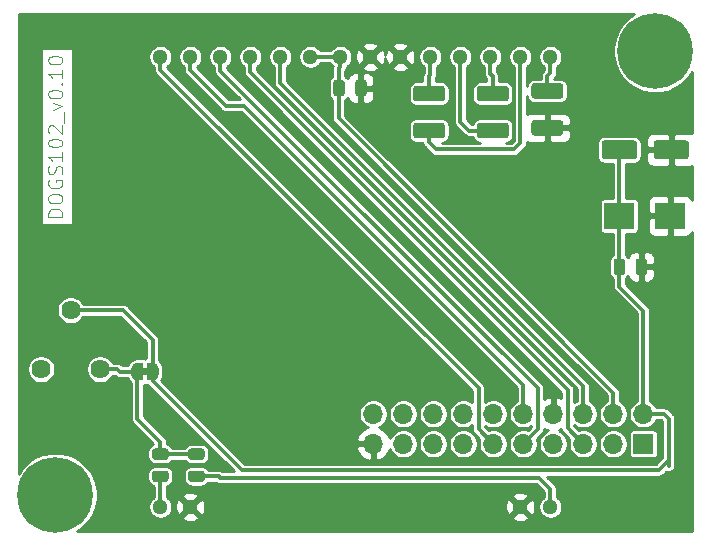
<source format=gtl>
G04 #@! TF.GenerationSoftware,KiCad,Pcbnew,(5.1.12-1-10_14)*
G04 #@! TF.CreationDate,2023-01-20T22:26:28+01:00*
G04 #@! TF.ProjectId,dogs102,646f6773-3130-4322-9e6b-696361645f70,rev?*
G04 #@! TF.SameCoordinates,Original*
G04 #@! TF.FileFunction,Copper,L1,Top*
G04 #@! TF.FilePolarity,Positive*
%FSLAX46Y46*%
G04 Gerber Fmt 4.6, Leading zero omitted, Abs format (unit mm)*
G04 Created by KiCad (PCBNEW (5.1.12-1-10_14)) date 2023-01-20 22:26:28*
%MOMM*%
%LPD*%
G01*
G04 APERTURE LIST*
G04 #@! TA.AperFunction,NonConductor*
%ADD10C,0.101600*%
G04 #@! TD*
G04 #@! TA.AperFunction,EtchedComponent*
%ADD11C,0.100000*%
G04 #@! TD*
G04 #@! TA.AperFunction,ComponentPad*
%ADD12C,1.280000*%
G04 #@! TD*
G04 #@! TA.AperFunction,ComponentPad*
%ADD13C,1.620000*%
G04 #@! TD*
G04 #@! TA.AperFunction,SMDPad,CuDef*
%ADD14C,0.100000*%
G04 #@! TD*
G04 #@! TA.AperFunction,ComponentPad*
%ADD15O,1.700000X1.700000*%
G04 #@! TD*
G04 #@! TA.AperFunction,ComponentPad*
%ADD16R,1.700000X1.700000*%
G04 #@! TD*
G04 #@! TA.AperFunction,ComponentPad*
%ADD17C,0.800000*%
G04 #@! TD*
G04 #@! TA.AperFunction,ComponentPad*
%ADD18C,6.400000*%
G04 #@! TD*
G04 #@! TA.AperFunction,SMDPad,CuDef*
%ADD19R,2.500000X2.300000*%
G04 #@! TD*
G04 #@! TA.AperFunction,Conductor*
%ADD20C,0.350000*%
G04 #@! TD*
G04 #@! TA.AperFunction,Conductor*
%ADD21C,0.254000*%
G04 #@! TD*
G04 #@! TA.AperFunction,Conductor*
%ADD22C,0.100000*%
G04 #@! TD*
G04 APERTURE END LIST*
D10*
X122259047Y-99912063D02*
X121052547Y-99912063D01*
X121052547Y-99624801D01*
X121110000Y-99452444D01*
X121224904Y-99337540D01*
X121339809Y-99280087D01*
X121569619Y-99222635D01*
X121741976Y-99222635D01*
X121971785Y-99280087D01*
X122086690Y-99337540D01*
X122201595Y-99452444D01*
X122259047Y-99624801D01*
X122259047Y-99912063D01*
X121052547Y-98475754D02*
X121052547Y-98245944D01*
X121110000Y-98131040D01*
X121224904Y-98016135D01*
X121454714Y-97958682D01*
X121856880Y-97958682D01*
X122086690Y-98016135D01*
X122201595Y-98131040D01*
X122259047Y-98245944D01*
X122259047Y-98475754D01*
X122201595Y-98590659D01*
X122086690Y-98705563D01*
X121856880Y-98763016D01*
X121454714Y-98763016D01*
X121224904Y-98705563D01*
X121110000Y-98590659D01*
X121052547Y-98475754D01*
X121110000Y-96809635D02*
X121052547Y-96924540D01*
X121052547Y-97096897D01*
X121110000Y-97269254D01*
X121224904Y-97384159D01*
X121339809Y-97441611D01*
X121569619Y-97499063D01*
X121741976Y-97499063D01*
X121971785Y-97441611D01*
X122086690Y-97384159D01*
X122201595Y-97269254D01*
X122259047Y-97096897D01*
X122259047Y-96981992D01*
X122201595Y-96809635D01*
X122144142Y-96752182D01*
X121741976Y-96752182D01*
X121741976Y-96981992D01*
X122201595Y-96292563D02*
X122259047Y-96120206D01*
X122259047Y-95832944D01*
X122201595Y-95718040D01*
X122144142Y-95660587D01*
X122029238Y-95603135D01*
X121914333Y-95603135D01*
X121799428Y-95660587D01*
X121741976Y-95718040D01*
X121684523Y-95832944D01*
X121627071Y-96062754D01*
X121569619Y-96177659D01*
X121512166Y-96235111D01*
X121397261Y-96292563D01*
X121282357Y-96292563D01*
X121167452Y-96235111D01*
X121110000Y-96177659D01*
X121052547Y-96062754D01*
X121052547Y-95775492D01*
X121110000Y-95603135D01*
X122259047Y-94454087D02*
X122259047Y-95143516D01*
X122259047Y-94798801D02*
X121052547Y-94798801D01*
X121224904Y-94913706D01*
X121339809Y-95028611D01*
X121397261Y-95143516D01*
X121052547Y-93707206D02*
X121052547Y-93592301D01*
X121110000Y-93477397D01*
X121167452Y-93419944D01*
X121282357Y-93362492D01*
X121512166Y-93305040D01*
X121799428Y-93305040D01*
X122029238Y-93362492D01*
X122144142Y-93419944D01*
X122201595Y-93477397D01*
X122259047Y-93592301D01*
X122259047Y-93707206D01*
X122201595Y-93822111D01*
X122144142Y-93879563D01*
X122029238Y-93937016D01*
X121799428Y-93994468D01*
X121512166Y-93994468D01*
X121282357Y-93937016D01*
X121167452Y-93879563D01*
X121110000Y-93822111D01*
X121052547Y-93707206D01*
X121167452Y-92845420D02*
X121110000Y-92787968D01*
X121052547Y-92673063D01*
X121052547Y-92385801D01*
X121110000Y-92270897D01*
X121167452Y-92213444D01*
X121282357Y-92155992D01*
X121397261Y-92155992D01*
X121569619Y-92213444D01*
X122259047Y-92902873D01*
X122259047Y-92155992D01*
X122373952Y-91926182D02*
X122373952Y-91006944D01*
X121454714Y-90834587D02*
X122259047Y-90547325D01*
X121454714Y-90260063D01*
X121052547Y-89570635D02*
X121052547Y-89455730D01*
X121110000Y-89340825D01*
X121167452Y-89283373D01*
X121282357Y-89225920D01*
X121512166Y-89168468D01*
X121799428Y-89168468D01*
X122029238Y-89225920D01*
X122144142Y-89283373D01*
X122201595Y-89340825D01*
X122259047Y-89455730D01*
X122259047Y-89570635D01*
X122201595Y-89685540D01*
X122144142Y-89742992D01*
X122029238Y-89800444D01*
X121799428Y-89857897D01*
X121512166Y-89857897D01*
X121282357Y-89800444D01*
X121167452Y-89742992D01*
X121110000Y-89685540D01*
X121052547Y-89570635D01*
X122144142Y-88651397D02*
X122201595Y-88593944D01*
X122259047Y-88651397D01*
X122201595Y-88708849D01*
X122144142Y-88651397D01*
X122259047Y-88651397D01*
X122259047Y-87444897D02*
X122259047Y-88134325D01*
X122259047Y-87789611D02*
X121052547Y-87789611D01*
X121224904Y-87904516D01*
X121339809Y-88019420D01*
X121397261Y-88134325D01*
X121052547Y-86698016D02*
X121052547Y-86583111D01*
X121110000Y-86468206D01*
X121167452Y-86410754D01*
X121282357Y-86353301D01*
X121512166Y-86295849D01*
X121799428Y-86295849D01*
X122029238Y-86353301D01*
X122144142Y-86410754D01*
X122201595Y-86468206D01*
X122259047Y-86583111D01*
X122259047Y-86698016D01*
X122201595Y-86812920D01*
X122144142Y-86870373D01*
X122029238Y-86927825D01*
X121799428Y-86985278D01*
X121512166Y-86985278D01*
X121282357Y-86927825D01*
X121167452Y-86870373D01*
X121110000Y-86812920D01*
X121052547Y-86698016D01*
D11*
G36*
X129010000Y-113300000D02*
G01*
X129510000Y-113300000D01*
X129510000Y-112700000D01*
X129010000Y-112700000D01*
X129010000Y-113300000D01*
G37*
D12*
X163576000Y-86360000D03*
X161036000Y-86360000D03*
X158496000Y-86360000D03*
X155956000Y-86360000D03*
X153416000Y-86360000D03*
X150876000Y-86360000D03*
X148336000Y-86360000D03*
X145796000Y-86360000D03*
X143256000Y-86360000D03*
X140716000Y-86360000D03*
X138176000Y-86360000D03*
X135636000Y-86360000D03*
X133096000Y-86360000D03*
X130556000Y-86360000D03*
X161036000Y-124460000D03*
X163576000Y-124460000D03*
X133096000Y-124460000D03*
X130556000Y-124460000D03*
D13*
X125460000Y-112800000D03*
X122960000Y-107800000D03*
X120460000Y-112800000D03*
G04 #@! TA.AperFunction,SMDPad,CuDef*
D14*
G36*
X129410000Y-112250000D02*
G01*
X129910000Y-112250000D01*
X129910000Y-112250602D01*
X129934534Y-112250602D01*
X129983365Y-112255412D01*
X130031490Y-112264984D01*
X130078445Y-112279228D01*
X130123778Y-112298005D01*
X130167051Y-112321136D01*
X130207850Y-112348396D01*
X130245779Y-112379524D01*
X130280476Y-112414221D01*
X130311604Y-112452150D01*
X130338864Y-112492949D01*
X130361995Y-112536222D01*
X130380772Y-112581555D01*
X130395016Y-112628510D01*
X130404588Y-112676635D01*
X130409398Y-112725466D01*
X130409398Y-112750000D01*
X130410000Y-112750000D01*
X130410000Y-113250000D01*
X130409398Y-113250000D01*
X130409398Y-113274534D01*
X130404588Y-113323365D01*
X130395016Y-113371490D01*
X130380772Y-113418445D01*
X130361995Y-113463778D01*
X130338864Y-113507051D01*
X130311604Y-113547850D01*
X130280476Y-113585779D01*
X130245779Y-113620476D01*
X130207850Y-113651604D01*
X130167051Y-113678864D01*
X130123778Y-113701995D01*
X130078445Y-113720772D01*
X130031490Y-113735016D01*
X129983365Y-113744588D01*
X129934534Y-113749398D01*
X129910000Y-113749398D01*
X129910000Y-113750000D01*
X129410000Y-113750000D01*
X129410000Y-112250000D01*
G37*
G04 #@! TD.AperFunction*
G04 #@! TA.AperFunction,SMDPad,CuDef*
G36*
X128610000Y-113749398D02*
G01*
X128585466Y-113749398D01*
X128536635Y-113744588D01*
X128488510Y-113735016D01*
X128441555Y-113720772D01*
X128396222Y-113701995D01*
X128352949Y-113678864D01*
X128312150Y-113651604D01*
X128274221Y-113620476D01*
X128239524Y-113585779D01*
X128208396Y-113547850D01*
X128181136Y-113507051D01*
X128158005Y-113463778D01*
X128139228Y-113418445D01*
X128124984Y-113371490D01*
X128115412Y-113323365D01*
X128110602Y-113274534D01*
X128110602Y-113250000D01*
X128110000Y-113250000D01*
X128110000Y-112750000D01*
X128110602Y-112750000D01*
X128110602Y-112725466D01*
X128115412Y-112676635D01*
X128124984Y-112628510D01*
X128139228Y-112581555D01*
X128158005Y-112536222D01*
X128181136Y-112492949D01*
X128208396Y-112452150D01*
X128239524Y-112414221D01*
X128274221Y-112379524D01*
X128312150Y-112348396D01*
X128352949Y-112321136D01*
X128396222Y-112298005D01*
X128441555Y-112279228D01*
X128488510Y-112264984D01*
X128536635Y-112255412D01*
X128585466Y-112250602D01*
X128610000Y-112250602D01*
X128610000Y-112250000D01*
X129110000Y-112250000D01*
X129110000Y-113750000D01*
X128610000Y-113750000D01*
X128610000Y-113749398D01*
G37*
G04 #@! TD.AperFunction*
G04 #@! TA.AperFunction,SMDPad,CuDef*
G36*
G01*
X164422001Y-89908000D02*
X162221999Y-89908000D01*
G75*
G02*
X161972000Y-89658001I0J249999D01*
G01*
X161972000Y-88832999D01*
G75*
G02*
X162221999Y-88583000I249999J0D01*
G01*
X164422001Y-88583000D01*
G75*
G02*
X164672000Y-88832999I0J-249999D01*
G01*
X164672000Y-89658001D01*
G75*
G02*
X164422001Y-89908000I-249999J0D01*
G01*
G37*
G04 #@! TD.AperFunction*
G04 #@! TA.AperFunction,SMDPad,CuDef*
G36*
G01*
X164422001Y-93033000D02*
X162221999Y-93033000D01*
G75*
G02*
X161972000Y-92783001I0J249999D01*
G01*
X161972000Y-91957999D01*
G75*
G02*
X162221999Y-91708000I249999J0D01*
G01*
X164422001Y-91708000D01*
G75*
G02*
X164672000Y-91957999I0J-249999D01*
G01*
X164672000Y-92783001D01*
G75*
G02*
X164422001Y-93033000I-249999J0D01*
G01*
G37*
G04 #@! TD.AperFunction*
G04 #@! TA.AperFunction,SMDPad,CuDef*
G36*
G01*
X159810001Y-90137500D02*
X157609999Y-90137500D01*
G75*
G02*
X157360000Y-89887501I0J249999D01*
G01*
X157360000Y-89062499D01*
G75*
G02*
X157609999Y-88812500I249999J0D01*
G01*
X159810001Y-88812500D01*
G75*
G02*
X160060000Y-89062499I0J-249999D01*
G01*
X160060000Y-89887501D01*
G75*
G02*
X159810001Y-90137500I-249999J0D01*
G01*
G37*
G04 #@! TD.AperFunction*
G04 #@! TA.AperFunction,SMDPad,CuDef*
G36*
G01*
X159810001Y-93262500D02*
X157609999Y-93262500D01*
G75*
G02*
X157360000Y-93012501I0J249999D01*
G01*
X157360000Y-92187499D01*
G75*
G02*
X157609999Y-91937500I249999J0D01*
G01*
X159810001Y-91937500D01*
G75*
G02*
X160060000Y-92187499I0J-249999D01*
G01*
X160060000Y-93012501D01*
G75*
G02*
X159810001Y-93262500I-249999J0D01*
G01*
G37*
G04 #@! TD.AperFunction*
G04 #@! TA.AperFunction,SMDPad,CuDef*
G36*
G01*
X154410001Y-90137500D02*
X152209999Y-90137500D01*
G75*
G02*
X151960000Y-89887501I0J249999D01*
G01*
X151960000Y-89062499D01*
G75*
G02*
X152209999Y-88812500I249999J0D01*
G01*
X154410001Y-88812500D01*
G75*
G02*
X154660000Y-89062499I0J-249999D01*
G01*
X154660000Y-89887501D01*
G75*
G02*
X154410001Y-90137500I-249999J0D01*
G01*
G37*
G04 #@! TD.AperFunction*
G04 #@! TA.AperFunction,SMDPad,CuDef*
G36*
G01*
X154410001Y-93262500D02*
X152209999Y-93262500D01*
G75*
G02*
X151960000Y-93012501I0J249999D01*
G01*
X151960000Y-92187499D01*
G75*
G02*
X152209999Y-91937500I249999J0D01*
G01*
X154410001Y-91937500D01*
G75*
G02*
X154660000Y-92187499I0J-249999D01*
G01*
X154660000Y-93012501D01*
G75*
G02*
X154410001Y-93262500I-249999J0D01*
G01*
G37*
G04 #@! TD.AperFunction*
D15*
X148590000Y-116586000D03*
X148590000Y-119126000D03*
X151130000Y-116586000D03*
X151130000Y-119126000D03*
X153670000Y-116586000D03*
X153670000Y-119126000D03*
X156210000Y-116586000D03*
X156210000Y-119126000D03*
X158750000Y-116586000D03*
X158750000Y-119126000D03*
X161290000Y-116586000D03*
X161290000Y-119126000D03*
X163830000Y-116586000D03*
X163830000Y-119126000D03*
X166370000Y-116586000D03*
X166370000Y-119126000D03*
X168910000Y-116586000D03*
X168910000Y-119126000D03*
X171450000Y-116586000D03*
D16*
X171450000Y-119126000D03*
D17*
X174163056Y-84154944D03*
X172466000Y-83452000D03*
X170768944Y-84154944D03*
X170066000Y-85852000D03*
X170768944Y-87549056D03*
X172466000Y-88252000D03*
X174163056Y-87549056D03*
X174866000Y-85852000D03*
D18*
X172466000Y-85852000D03*
D17*
X123363056Y-121746944D03*
X121666000Y-121044000D03*
X119968944Y-121746944D03*
X119266000Y-123444000D03*
X119968944Y-125141056D03*
X121666000Y-125844000D03*
X123363056Y-125141056D03*
X124066000Y-123444000D03*
D18*
X121666000Y-123444000D03*
G04 #@! TA.AperFunction,SMDPad,CuDef*
G36*
G01*
X134066250Y-120487500D02*
X133153750Y-120487500D01*
G75*
G02*
X132910000Y-120243750I0J243750D01*
G01*
X132910000Y-119756250D01*
G75*
G02*
X133153750Y-119512500I243750J0D01*
G01*
X134066250Y-119512500D01*
G75*
G02*
X134310000Y-119756250I0J-243750D01*
G01*
X134310000Y-120243750D01*
G75*
G02*
X134066250Y-120487500I-243750J0D01*
G01*
G37*
G04 #@! TD.AperFunction*
G04 #@! TA.AperFunction,SMDPad,CuDef*
G36*
G01*
X134066250Y-122362500D02*
X133153750Y-122362500D01*
G75*
G02*
X132910000Y-122118750I0J243750D01*
G01*
X132910000Y-121631250D01*
G75*
G02*
X133153750Y-121387500I243750J0D01*
G01*
X134066250Y-121387500D01*
G75*
G02*
X134310000Y-121631250I0J-243750D01*
G01*
X134310000Y-122118750D01*
G75*
G02*
X134066250Y-122362500I-243750J0D01*
G01*
G37*
G04 #@! TD.AperFunction*
G04 #@! TA.AperFunction,SMDPad,CuDef*
G36*
G01*
X131012250Y-120487500D02*
X130099750Y-120487500D01*
G75*
G02*
X129856000Y-120243750I0J243750D01*
G01*
X129856000Y-119756250D01*
G75*
G02*
X130099750Y-119512500I243750J0D01*
G01*
X131012250Y-119512500D01*
G75*
G02*
X131256000Y-119756250I0J-243750D01*
G01*
X131256000Y-120243750D01*
G75*
G02*
X131012250Y-120487500I-243750J0D01*
G01*
G37*
G04 #@! TD.AperFunction*
G04 #@! TA.AperFunction,SMDPad,CuDef*
G36*
G01*
X131012250Y-122362500D02*
X130099750Y-122362500D01*
G75*
G02*
X129856000Y-122118750I0J243750D01*
G01*
X129856000Y-121631250D01*
G75*
G02*
X130099750Y-121387500I243750J0D01*
G01*
X131012250Y-121387500D01*
G75*
G02*
X131256000Y-121631250I0J-243750D01*
G01*
X131256000Y-122118750D01*
G75*
G02*
X131012250Y-122362500I-243750J0D01*
G01*
G37*
G04 #@! TD.AperFunction*
D19*
X173718000Y-99822000D03*
X169418000Y-99822000D03*
G04 #@! TA.AperFunction,SMDPad,CuDef*
G36*
G01*
X170805500Y-104596250D02*
X170805500Y-103683750D01*
G75*
G02*
X171049250Y-103440000I243750J0D01*
G01*
X171536750Y-103440000D01*
G75*
G02*
X171780500Y-103683750I0J-243750D01*
G01*
X171780500Y-104596250D01*
G75*
G02*
X171536750Y-104840000I-243750J0D01*
G01*
X171049250Y-104840000D01*
G75*
G02*
X170805500Y-104596250I0J243750D01*
G01*
G37*
G04 #@! TD.AperFunction*
G04 #@! TA.AperFunction,SMDPad,CuDef*
G36*
G01*
X168930500Y-104596250D02*
X168930500Y-103683750D01*
G75*
G02*
X169174250Y-103440000I243750J0D01*
G01*
X169661750Y-103440000D01*
G75*
G02*
X169905500Y-103683750I0J-243750D01*
G01*
X169905500Y-104596250D01*
G75*
G02*
X169661750Y-104840000I-243750J0D01*
G01*
X169174250Y-104840000D01*
G75*
G02*
X168930500Y-104596250I0J243750D01*
G01*
G37*
G04 #@! TD.AperFunction*
G04 #@! TA.AperFunction,SMDPad,CuDef*
G36*
G01*
X172318000Y-94784000D02*
X172318000Y-93684000D01*
G75*
G02*
X172568000Y-93434000I250000J0D01*
G01*
X175068000Y-93434000D01*
G75*
G02*
X175318000Y-93684000I0J-250000D01*
G01*
X175318000Y-94784000D01*
G75*
G02*
X175068000Y-95034000I-250000J0D01*
G01*
X172568000Y-95034000D01*
G75*
G02*
X172318000Y-94784000I0J250000D01*
G01*
G37*
G04 #@! TD.AperFunction*
G04 #@! TA.AperFunction,SMDPad,CuDef*
G36*
G01*
X167918000Y-94784000D02*
X167918000Y-93684000D01*
G75*
G02*
X168168000Y-93434000I250000J0D01*
G01*
X170668000Y-93434000D01*
G75*
G02*
X170918000Y-93684000I0J-250000D01*
G01*
X170918000Y-94784000D01*
G75*
G02*
X170668000Y-95034000I-250000J0D01*
G01*
X168168000Y-95034000D01*
G75*
G02*
X167918000Y-94784000I0J250000D01*
G01*
G37*
G04 #@! TD.AperFunction*
G04 #@! TA.AperFunction,SMDPad,CuDef*
G36*
G01*
X146160000Y-88543750D02*
X146160000Y-89456250D01*
G75*
G02*
X145916250Y-89700000I-243750J0D01*
G01*
X145428750Y-89700000D01*
G75*
G02*
X145185000Y-89456250I0J243750D01*
G01*
X145185000Y-88543750D01*
G75*
G02*
X145428750Y-88300000I243750J0D01*
G01*
X145916250Y-88300000D01*
G75*
G02*
X146160000Y-88543750I0J-243750D01*
G01*
G37*
G04 #@! TD.AperFunction*
G04 #@! TA.AperFunction,SMDPad,CuDef*
G36*
G01*
X148035000Y-88543750D02*
X148035000Y-89456250D01*
G75*
G02*
X147791250Y-89700000I-243750J0D01*
G01*
X147303750Y-89700000D01*
G75*
G02*
X147060000Y-89456250I0J243750D01*
G01*
X147060000Y-88543750D01*
G75*
G02*
X147303750Y-88300000I243750J0D01*
G01*
X147791250Y-88300000D01*
G75*
G02*
X148035000Y-88543750I0J-243750D01*
G01*
G37*
G04 #@! TD.AperFunction*
D20*
X145672500Y-89000000D02*
X145672500Y-87312500D01*
X145796000Y-87189000D02*
X145796000Y-86360000D01*
X145672500Y-87312500D02*
X145796000Y-87189000D01*
X143256000Y-86360000D02*
X145796000Y-86360000D01*
X145672500Y-89000000D02*
X145672500Y-91562500D01*
X168910000Y-114800000D02*
X168910000Y-116586000D01*
X145672500Y-91562500D02*
X168910000Y-114800000D01*
X153310000Y-89475000D02*
X153310000Y-88000000D01*
X153416000Y-87894000D02*
X153310000Y-88000000D01*
X153416000Y-86360000D02*
X153416000Y-87894000D01*
X155956000Y-86360000D02*
X155956000Y-91846000D01*
X156710000Y-92600000D02*
X158710000Y-92600000D01*
X155956000Y-91846000D02*
X156710000Y-92600000D01*
X158496000Y-86360000D02*
X158496000Y-87786000D01*
X158710000Y-88000000D02*
X158710000Y-89475000D01*
X158496000Y-87786000D02*
X158710000Y-88000000D01*
X163322000Y-89245500D02*
X163322000Y-87988000D01*
X163576000Y-87734000D02*
X163576000Y-86360000D01*
X163322000Y-87988000D02*
X163576000Y-87734000D01*
X161036000Y-86360000D02*
X161036000Y-93674000D01*
X161036000Y-93674000D02*
X160510000Y-94200000D01*
X160510000Y-94200000D02*
X153910000Y-94200000D01*
X153310000Y-93600000D02*
X153310000Y-92600000D01*
X153910000Y-94200000D02*
X153310000Y-93600000D01*
X140716000Y-86360000D02*
X140716000Y-88606000D01*
X166370000Y-114260000D02*
X166370000Y-116586000D01*
X140716000Y-88606000D02*
X166370000Y-114260000D01*
X165055001Y-117811001D02*
X165055001Y-114554999D01*
X166370000Y-119126000D02*
X165055001Y-117811001D01*
X138176000Y-87675998D02*
X138176000Y-86360000D01*
X165055001Y-114554999D02*
X138176000Y-87675998D01*
X133610000Y-121875000D02*
X135485000Y-121875000D01*
X135485000Y-121875000D02*
X135610000Y-122000000D01*
X135610000Y-122000000D02*
X162610000Y-122000000D01*
X163576000Y-122966000D02*
X163576000Y-124460000D01*
X162610000Y-122000000D02*
X163576000Y-122966000D01*
X130556000Y-122017000D02*
X130556000Y-124460000D01*
X169418000Y-94234000D02*
X169418000Y-99822000D01*
X169418000Y-99822000D02*
X169418000Y-104140000D01*
X171450000Y-116586000D02*
X171450000Y-107840000D01*
X169418000Y-105808000D02*
X169418000Y-104140000D01*
X171450000Y-107840000D02*
X169418000Y-105808000D01*
X171450000Y-116586000D02*
X173196000Y-116586000D01*
X173196000Y-116586000D02*
X173610000Y-117000000D01*
X173610000Y-120500000D02*
X173610000Y-121000000D01*
X173610000Y-117000000D02*
X173610000Y-120500000D01*
X122960000Y-107800000D02*
X127410000Y-107800000D01*
X129910000Y-110300000D02*
X129910000Y-113000000D01*
X127410000Y-107800000D02*
X129910000Y-110300000D01*
X172757010Y-121352990D02*
X173610000Y-120500000D01*
X137462990Y-121352990D02*
X172757010Y-121352990D01*
X129910000Y-113800000D02*
X137462990Y-121352990D01*
X129910000Y-113000000D02*
X129910000Y-113800000D01*
X157524999Y-117900999D02*
X157524999Y-114414999D01*
X158750000Y-119126000D02*
X157524999Y-117900999D01*
X130556000Y-87446000D02*
X130556000Y-86360000D01*
X157524999Y-114414999D02*
X130556000Y-87446000D01*
X161290000Y-116586000D02*
X161290000Y-114180000D01*
X161290000Y-114180000D02*
X137610000Y-90500000D01*
X137610000Y-90500000D02*
X136110000Y-90500000D01*
X133096000Y-87486000D02*
X133096000Y-86360000D01*
X136110000Y-90500000D02*
X133096000Y-87486000D01*
X161290000Y-119126000D02*
X162515001Y-117900999D01*
X135636000Y-86360000D02*
X135636000Y-87526000D01*
X135636000Y-87526000D02*
X144610000Y-96500000D01*
X144610000Y-96500000D02*
X162515001Y-114405001D01*
X162515001Y-117900999D02*
X162515001Y-114405001D01*
X128610000Y-113000000D02*
X128610000Y-117000000D01*
X130556000Y-118946000D02*
X130556000Y-120142000D01*
X128610000Y-117000000D02*
X130556000Y-118946000D01*
X130556000Y-120000000D02*
X133610000Y-120000000D01*
X125460000Y-112800000D02*
X126910000Y-112800000D01*
X127110000Y-113000000D02*
X128610000Y-113000000D01*
X126910000Y-112800000D02*
X127110000Y-113000000D01*
D21*
X170183246Y-83070456D02*
X169684456Y-83569246D01*
X169292559Y-84155760D01*
X169022616Y-84807461D01*
X168885000Y-85499302D01*
X168885000Y-86204698D01*
X169022616Y-86896539D01*
X169292559Y-87548240D01*
X169684456Y-88134754D01*
X170183246Y-88633544D01*
X170769760Y-89025441D01*
X171421461Y-89295384D01*
X172113302Y-89433000D01*
X172818698Y-89433000D01*
X173510539Y-89295384D01*
X174162240Y-89025441D01*
X174748754Y-88633544D01*
X175247544Y-88134754D01*
X175566001Y-87658151D01*
X175566001Y-92846540D01*
X175562180Y-92844498D01*
X175442482Y-92808188D01*
X175318000Y-92795928D01*
X174103750Y-92799000D01*
X173945000Y-92957750D01*
X173945000Y-94107000D01*
X173965000Y-94107000D01*
X173965000Y-94361000D01*
X173945000Y-94361000D01*
X173945000Y-95510250D01*
X174103750Y-95669000D01*
X175318000Y-95672072D01*
X175442482Y-95659812D01*
X175562180Y-95623502D01*
X175566001Y-95621460D01*
X175566001Y-98455836D01*
X175557502Y-98427820D01*
X175498537Y-98317506D01*
X175419185Y-98220815D01*
X175322494Y-98141463D01*
X175212180Y-98082498D01*
X175092482Y-98046188D01*
X174968000Y-98033928D01*
X174003750Y-98037000D01*
X173845000Y-98195750D01*
X173845000Y-99695000D01*
X173865000Y-99695000D01*
X173865000Y-99949000D01*
X173845000Y-99949000D01*
X173845000Y-101448250D01*
X174003750Y-101607000D01*
X174968000Y-101610072D01*
X175092482Y-101597812D01*
X175212180Y-101561502D01*
X175322494Y-101502537D01*
X175419185Y-101423185D01*
X175498537Y-101326494D01*
X175557502Y-101216180D01*
X175566001Y-101188164D01*
X175566000Y-126544000D01*
X123472152Y-126544000D01*
X123948754Y-126225544D01*
X124447544Y-125726754D01*
X124839441Y-125140240D01*
X125109384Y-124488539D01*
X125247000Y-123796698D01*
X125247000Y-123091302D01*
X125109384Y-122399461D01*
X124839441Y-121747760D01*
X124761592Y-121631250D01*
X129473157Y-121631250D01*
X129473157Y-122118750D01*
X129485197Y-122240992D01*
X129520854Y-122358537D01*
X129578757Y-122466866D01*
X129656682Y-122561818D01*
X129751634Y-122639743D01*
X129859963Y-122697646D01*
X129977508Y-122733303D01*
X130000000Y-122735518D01*
X130000001Y-123603561D01*
X129905151Y-123666938D01*
X129762938Y-123809151D01*
X129651202Y-123976375D01*
X129574237Y-124162185D01*
X129535000Y-124359440D01*
X129535000Y-124560560D01*
X129574237Y-124757815D01*
X129651202Y-124943625D01*
X129762938Y-125110849D01*
X129905151Y-125253062D01*
X130072375Y-125364798D01*
X130258185Y-125441763D01*
X130455440Y-125481000D01*
X130656560Y-125481000D01*
X130853815Y-125441763D01*
X131039625Y-125364798D01*
X131079168Y-125338376D01*
X132397229Y-125338376D01*
X132449402Y-125566031D01*
X132677601Y-125670924D01*
X132921881Y-125729282D01*
X133172851Y-125738862D01*
X133420868Y-125699296D01*
X133656401Y-125612105D01*
X133742598Y-125566031D01*
X133794771Y-125338376D01*
X160337229Y-125338376D01*
X160389402Y-125566031D01*
X160617601Y-125670924D01*
X160861881Y-125729282D01*
X161112851Y-125738862D01*
X161360868Y-125699296D01*
X161596401Y-125612105D01*
X161682598Y-125566031D01*
X161734771Y-125338376D01*
X161036000Y-124639605D01*
X160337229Y-125338376D01*
X133794771Y-125338376D01*
X133096000Y-124639605D01*
X132397229Y-125338376D01*
X131079168Y-125338376D01*
X131206849Y-125253062D01*
X131349062Y-125110849D01*
X131460798Y-124943625D01*
X131537763Y-124757815D01*
X131577000Y-124560560D01*
X131577000Y-124536851D01*
X131817138Y-124536851D01*
X131856704Y-124784868D01*
X131943895Y-125020401D01*
X131989969Y-125106598D01*
X132217624Y-125158771D01*
X132916395Y-124460000D01*
X133275605Y-124460000D01*
X133974376Y-125158771D01*
X134202031Y-125106598D01*
X134306924Y-124878399D01*
X134365282Y-124634119D01*
X134368994Y-124536851D01*
X159757138Y-124536851D01*
X159796704Y-124784868D01*
X159883895Y-125020401D01*
X159929969Y-125106598D01*
X160157624Y-125158771D01*
X160856395Y-124460000D01*
X161215605Y-124460000D01*
X161914376Y-125158771D01*
X162142031Y-125106598D01*
X162246924Y-124878399D01*
X162305282Y-124634119D01*
X162314862Y-124383149D01*
X162275296Y-124135132D01*
X162188105Y-123899599D01*
X162142031Y-123813402D01*
X161914376Y-123761229D01*
X161215605Y-124460000D01*
X160856395Y-124460000D01*
X160157624Y-123761229D01*
X159929969Y-123813402D01*
X159825076Y-124041601D01*
X159766718Y-124285881D01*
X159757138Y-124536851D01*
X134368994Y-124536851D01*
X134374862Y-124383149D01*
X134335296Y-124135132D01*
X134248105Y-123899599D01*
X134202031Y-123813402D01*
X133974376Y-123761229D01*
X133275605Y-124460000D01*
X132916395Y-124460000D01*
X132217624Y-123761229D01*
X131989969Y-123813402D01*
X131885076Y-124041601D01*
X131826718Y-124285881D01*
X131817138Y-124536851D01*
X131577000Y-124536851D01*
X131577000Y-124359440D01*
X131537763Y-124162185D01*
X131460798Y-123976375D01*
X131349062Y-123809151D01*
X131206849Y-123666938D01*
X131112000Y-123603562D01*
X131112000Y-123581624D01*
X132397229Y-123581624D01*
X133096000Y-124280395D01*
X133794771Y-123581624D01*
X160337229Y-123581624D01*
X161036000Y-124280395D01*
X161734771Y-123581624D01*
X161682598Y-123353969D01*
X161454399Y-123249076D01*
X161210119Y-123190718D01*
X160959149Y-123181138D01*
X160711132Y-123220704D01*
X160475599Y-123307895D01*
X160389402Y-123353969D01*
X160337229Y-123581624D01*
X133794771Y-123581624D01*
X133742598Y-123353969D01*
X133514399Y-123249076D01*
X133270119Y-123190718D01*
X133019149Y-123181138D01*
X132771132Y-123220704D01*
X132535599Y-123307895D01*
X132449402Y-123353969D01*
X132397229Y-123581624D01*
X131112000Y-123581624D01*
X131112000Y-122735518D01*
X131134492Y-122733303D01*
X131252037Y-122697646D01*
X131360366Y-122639743D01*
X131455318Y-122561818D01*
X131533243Y-122466866D01*
X131591146Y-122358537D01*
X131626803Y-122240992D01*
X131638843Y-122118750D01*
X131638843Y-121631250D01*
X131626803Y-121509008D01*
X131591146Y-121391463D01*
X131533243Y-121283134D01*
X131455318Y-121188182D01*
X131360366Y-121110257D01*
X131252037Y-121052354D01*
X131134492Y-121016697D01*
X131012250Y-121004657D01*
X130099750Y-121004657D01*
X129977508Y-121016697D01*
X129859963Y-121052354D01*
X129751634Y-121110257D01*
X129656682Y-121188182D01*
X129578757Y-121283134D01*
X129520854Y-121391463D01*
X129485197Y-121509008D01*
X129473157Y-121631250D01*
X124761592Y-121631250D01*
X124447544Y-121161246D01*
X123948754Y-120662456D01*
X123362240Y-120270559D01*
X122710539Y-120000616D01*
X122018698Y-119863000D01*
X121313302Y-119863000D01*
X120621461Y-120000616D01*
X119969760Y-120270559D01*
X119383246Y-120662456D01*
X118884456Y-121161246D01*
X118566000Y-121637848D01*
X118566000Y-112682697D01*
X119269000Y-112682697D01*
X119269000Y-112917303D01*
X119314769Y-113147402D01*
X119404549Y-113364150D01*
X119534890Y-113559218D01*
X119700782Y-113725110D01*
X119895850Y-113855451D01*
X120112598Y-113945231D01*
X120342697Y-113991000D01*
X120577303Y-113991000D01*
X120807402Y-113945231D01*
X121024150Y-113855451D01*
X121219218Y-113725110D01*
X121385110Y-113559218D01*
X121515451Y-113364150D01*
X121605231Y-113147402D01*
X121651000Y-112917303D01*
X121651000Y-112682697D01*
X121605231Y-112452598D01*
X121515451Y-112235850D01*
X121385110Y-112040782D01*
X121219218Y-111874890D01*
X121024150Y-111744549D01*
X120807402Y-111654769D01*
X120577303Y-111609000D01*
X120342697Y-111609000D01*
X120112598Y-111654769D01*
X119895850Y-111744549D01*
X119700782Y-111874890D01*
X119534890Y-112040782D01*
X119404549Y-112235850D01*
X119314769Y-112452598D01*
X119269000Y-112682697D01*
X118566000Y-112682697D01*
X118566000Y-107682697D01*
X121769000Y-107682697D01*
X121769000Y-107917303D01*
X121814769Y-108147402D01*
X121904549Y-108364150D01*
X122034890Y-108559218D01*
X122200782Y-108725110D01*
X122395850Y-108855451D01*
X122612598Y-108945231D01*
X122842697Y-108991000D01*
X123077303Y-108991000D01*
X123307402Y-108945231D01*
X123524150Y-108855451D01*
X123719218Y-108725110D01*
X123885110Y-108559218D01*
X124015451Y-108364150D01*
X124018827Y-108356000D01*
X127179699Y-108356000D01*
X129354000Y-110530302D01*
X129354001Y-111872672D01*
X129335311Y-111874513D01*
X129263492Y-111896299D01*
X129260000Y-111898166D01*
X129256508Y-111896299D01*
X129184689Y-111874513D01*
X129110000Y-111867157D01*
X128610000Y-111867157D01*
X128585550Y-111869565D01*
X128560991Y-111869565D01*
X128486302Y-111876921D01*
X128390169Y-111896043D01*
X128318352Y-111917828D01*
X128227796Y-111955337D01*
X128161606Y-111990717D01*
X128080107Y-112045173D01*
X128022092Y-112092784D01*
X127952784Y-112162092D01*
X127905173Y-112220107D01*
X127850717Y-112301606D01*
X127815337Y-112367796D01*
X127783773Y-112444000D01*
X127340301Y-112444000D01*
X127322468Y-112426167D01*
X127305053Y-112404947D01*
X127220392Y-112335466D01*
X127123801Y-112283838D01*
X127018995Y-112252045D01*
X126937312Y-112244000D01*
X126937304Y-112244000D01*
X126910000Y-112241311D01*
X126882696Y-112244000D01*
X126518827Y-112244000D01*
X126515451Y-112235850D01*
X126385110Y-112040782D01*
X126219218Y-111874890D01*
X126024150Y-111744549D01*
X125807402Y-111654769D01*
X125577303Y-111609000D01*
X125342697Y-111609000D01*
X125112598Y-111654769D01*
X124895850Y-111744549D01*
X124700782Y-111874890D01*
X124534890Y-112040782D01*
X124404549Y-112235850D01*
X124314769Y-112452598D01*
X124269000Y-112682697D01*
X124269000Y-112917303D01*
X124314769Y-113147402D01*
X124404549Y-113364150D01*
X124534890Y-113559218D01*
X124700782Y-113725110D01*
X124895850Y-113855451D01*
X125112598Y-113945231D01*
X125342697Y-113991000D01*
X125577303Y-113991000D01*
X125807402Y-113945231D01*
X126024150Y-113855451D01*
X126219218Y-113725110D01*
X126385110Y-113559218D01*
X126515451Y-113364150D01*
X126518827Y-113356000D01*
X126679698Y-113356000D01*
X126697535Y-113373837D01*
X126714947Y-113395053D01*
X126799608Y-113464534D01*
X126896199Y-113516162D01*
X127001005Y-113547955D01*
X127082688Y-113556000D01*
X127082695Y-113556000D01*
X127110000Y-113558689D01*
X127137305Y-113556000D01*
X127783773Y-113556000D01*
X127815337Y-113632204D01*
X127850717Y-113698394D01*
X127905173Y-113779893D01*
X127952784Y-113837908D01*
X128022092Y-113907216D01*
X128054000Y-113933402D01*
X128054001Y-116972686D01*
X128051311Y-117000000D01*
X128062045Y-117108994D01*
X128072058Y-117142000D01*
X128093839Y-117213801D01*
X128145467Y-117310392D01*
X128214948Y-117395053D01*
X128236162Y-117412463D01*
X129968214Y-119144516D01*
X129859963Y-119177354D01*
X129751634Y-119235257D01*
X129656682Y-119313182D01*
X129578757Y-119408134D01*
X129520854Y-119516463D01*
X129485197Y-119634008D01*
X129473157Y-119756250D01*
X129473157Y-120243750D01*
X129485197Y-120365992D01*
X129520854Y-120483537D01*
X129578757Y-120591866D01*
X129656682Y-120686818D01*
X129751634Y-120764743D01*
X129859963Y-120822646D01*
X129977508Y-120858303D01*
X130099750Y-120870343D01*
X131012250Y-120870343D01*
X131134492Y-120858303D01*
X131252037Y-120822646D01*
X131360366Y-120764743D01*
X131455318Y-120686818D01*
X131533243Y-120591866D01*
X131552414Y-120556000D01*
X132613586Y-120556000D01*
X132632757Y-120591866D01*
X132710682Y-120686818D01*
X132805634Y-120764743D01*
X132913963Y-120822646D01*
X133031508Y-120858303D01*
X133153750Y-120870343D01*
X134066250Y-120870343D01*
X134188492Y-120858303D01*
X134306037Y-120822646D01*
X134414366Y-120764743D01*
X134509318Y-120686818D01*
X134587243Y-120591866D01*
X134645146Y-120483537D01*
X134680803Y-120365992D01*
X134692843Y-120243750D01*
X134692843Y-119756250D01*
X134680803Y-119634008D01*
X134645146Y-119516463D01*
X134587243Y-119408134D01*
X134509318Y-119313182D01*
X134414366Y-119235257D01*
X134306037Y-119177354D01*
X134188492Y-119141697D01*
X134066250Y-119129657D01*
X133153750Y-119129657D01*
X133031508Y-119141697D01*
X132913963Y-119177354D01*
X132805634Y-119235257D01*
X132710682Y-119313182D01*
X132632757Y-119408134D01*
X132613586Y-119444000D01*
X131552414Y-119444000D01*
X131533243Y-119408134D01*
X131455318Y-119313182D01*
X131360366Y-119235257D01*
X131252037Y-119177354D01*
X131134492Y-119141697D01*
X131112000Y-119139482D01*
X131112000Y-118973305D01*
X131114689Y-118946000D01*
X131112000Y-118918695D01*
X131112000Y-118918688D01*
X131103955Y-118837005D01*
X131078218Y-118752162D01*
X131072162Y-118732198D01*
X131020534Y-118635608D01*
X130968464Y-118572161D01*
X130968460Y-118572157D01*
X130951053Y-118550947D01*
X130929843Y-118533540D01*
X129166000Y-116769699D01*
X129166000Y-114127328D01*
X129184689Y-114125487D01*
X129256508Y-114103701D01*
X129260000Y-114101834D01*
X129263492Y-114103701D01*
X129335311Y-114125487D01*
X129410000Y-114132843D01*
X129463892Y-114132843D01*
X129514948Y-114195053D01*
X129536163Y-114212464D01*
X136767698Y-121444000D01*
X135836252Y-121444000D01*
X135795392Y-121410466D01*
X135698801Y-121358838D01*
X135593995Y-121327045D01*
X135512312Y-121319000D01*
X135512304Y-121319000D01*
X135485000Y-121316311D01*
X135457696Y-121319000D01*
X134606414Y-121319000D01*
X134587243Y-121283134D01*
X134509318Y-121188182D01*
X134414366Y-121110257D01*
X134306037Y-121052354D01*
X134188492Y-121016697D01*
X134066250Y-121004657D01*
X133153750Y-121004657D01*
X133031508Y-121016697D01*
X132913963Y-121052354D01*
X132805634Y-121110257D01*
X132710682Y-121188182D01*
X132632757Y-121283134D01*
X132574854Y-121391463D01*
X132539197Y-121509008D01*
X132527157Y-121631250D01*
X132527157Y-122118750D01*
X132539197Y-122240992D01*
X132574854Y-122358537D01*
X132632757Y-122466866D01*
X132710682Y-122561818D01*
X132805634Y-122639743D01*
X132913963Y-122697646D01*
X133031508Y-122733303D01*
X133153750Y-122745343D01*
X134066250Y-122745343D01*
X134188492Y-122733303D01*
X134306037Y-122697646D01*
X134414366Y-122639743D01*
X134509318Y-122561818D01*
X134587243Y-122466866D01*
X134606414Y-122431000D01*
X135258748Y-122431000D01*
X135299608Y-122464534D01*
X135396199Y-122516162D01*
X135501005Y-122547955D01*
X135582688Y-122556000D01*
X135582695Y-122556000D01*
X135610000Y-122558689D01*
X135637305Y-122556000D01*
X162379699Y-122556000D01*
X163020000Y-123196303D01*
X163020000Y-123603561D01*
X162925151Y-123666938D01*
X162782938Y-123809151D01*
X162671202Y-123976375D01*
X162594237Y-124162185D01*
X162555000Y-124359440D01*
X162555000Y-124560560D01*
X162594237Y-124757815D01*
X162671202Y-124943625D01*
X162782938Y-125110849D01*
X162925151Y-125253062D01*
X163092375Y-125364798D01*
X163278185Y-125441763D01*
X163475440Y-125481000D01*
X163676560Y-125481000D01*
X163873815Y-125441763D01*
X164059625Y-125364798D01*
X164226849Y-125253062D01*
X164369062Y-125110849D01*
X164480798Y-124943625D01*
X164557763Y-124757815D01*
X164597000Y-124560560D01*
X164597000Y-124359440D01*
X164557763Y-124162185D01*
X164480798Y-123976375D01*
X164369062Y-123809151D01*
X164226849Y-123666938D01*
X164132000Y-123603562D01*
X164132000Y-122993304D01*
X164134689Y-122965999D01*
X164132000Y-122938694D01*
X164132000Y-122938688D01*
X164123955Y-122857005D01*
X164092162Y-122752199D01*
X164040534Y-122655608D01*
X164007192Y-122614981D01*
X163988463Y-122592160D01*
X163988460Y-122592157D01*
X163971053Y-122570947D01*
X163949843Y-122553540D01*
X163305292Y-121908990D01*
X172729706Y-121908990D01*
X172757010Y-121911679D01*
X172784314Y-121908990D01*
X172784322Y-121908990D01*
X172866005Y-121900945D01*
X172970811Y-121869152D01*
X173067402Y-121817524D01*
X173152063Y-121748043D01*
X173169479Y-121726822D01*
X173385734Y-121510568D01*
X173396200Y-121516162D01*
X173501006Y-121547955D01*
X173610000Y-121558690D01*
X173718995Y-121547955D01*
X173823801Y-121516162D01*
X173920392Y-121464534D01*
X174005053Y-121395053D01*
X174074534Y-121310392D01*
X174126162Y-121213801D01*
X174157955Y-121108995D01*
X174166000Y-121027312D01*
X174166000Y-120527305D01*
X174168689Y-120500001D01*
X174166000Y-120472696D01*
X174166000Y-117027304D01*
X174168689Y-116999999D01*
X174166000Y-116972694D01*
X174166000Y-116972688D01*
X174158486Y-116896392D01*
X174157955Y-116891004D01*
X174130288Y-116799801D01*
X174126162Y-116786199D01*
X174074534Y-116689608D01*
X174041192Y-116648981D01*
X174022463Y-116626160D01*
X174022460Y-116626157D01*
X174005053Y-116604947D01*
X173983842Y-116587539D01*
X173608468Y-116212167D01*
X173591053Y-116190947D01*
X173506392Y-116121466D01*
X173409801Y-116069838D01*
X173304995Y-116038045D01*
X173223312Y-116030000D01*
X173223304Y-116030000D01*
X173196000Y-116027311D01*
X173168696Y-116030000D01*
X172552122Y-116030000D01*
X172540898Y-116002903D01*
X172406180Y-115801283D01*
X172234717Y-115629820D01*
X172033097Y-115495102D01*
X172006000Y-115483878D01*
X172006000Y-107867304D01*
X172008689Y-107840000D01*
X172006000Y-107812695D01*
X172006000Y-107812688D01*
X171997955Y-107731005D01*
X171966162Y-107626199D01*
X171914534Y-107529608D01*
X171845053Y-107444947D01*
X171823837Y-107427535D01*
X169974000Y-105577699D01*
X169974000Y-105136414D01*
X170009866Y-105117243D01*
X170104818Y-105039318D01*
X170178246Y-104949845D01*
X170179688Y-104964482D01*
X170215998Y-105084180D01*
X170274963Y-105194494D01*
X170354315Y-105291185D01*
X170451006Y-105370537D01*
X170561320Y-105429502D01*
X170681018Y-105465812D01*
X170805500Y-105478072D01*
X171007250Y-105475000D01*
X171166000Y-105316250D01*
X171166000Y-104267000D01*
X171420000Y-104267000D01*
X171420000Y-105316250D01*
X171578750Y-105475000D01*
X171780500Y-105478072D01*
X171904982Y-105465812D01*
X172024680Y-105429502D01*
X172134994Y-105370537D01*
X172231685Y-105291185D01*
X172311037Y-105194494D01*
X172370002Y-105084180D01*
X172406312Y-104964482D01*
X172418572Y-104840000D01*
X172415500Y-104425750D01*
X172256750Y-104267000D01*
X171420000Y-104267000D01*
X171166000Y-104267000D01*
X171146000Y-104267000D01*
X171146000Y-104013000D01*
X171166000Y-104013000D01*
X171166000Y-102963750D01*
X171420000Y-102963750D01*
X171420000Y-104013000D01*
X172256750Y-104013000D01*
X172415500Y-103854250D01*
X172418572Y-103440000D01*
X172406312Y-103315518D01*
X172370002Y-103195820D01*
X172311037Y-103085506D01*
X172231685Y-102988815D01*
X172134994Y-102909463D01*
X172024680Y-102850498D01*
X171904982Y-102814188D01*
X171780500Y-102801928D01*
X171578750Y-102805000D01*
X171420000Y-102963750D01*
X171166000Y-102963750D01*
X171007250Y-102805000D01*
X170805500Y-102801928D01*
X170681018Y-102814188D01*
X170561320Y-102850498D01*
X170451006Y-102909463D01*
X170354315Y-102988815D01*
X170274963Y-103085506D01*
X170215998Y-103195820D01*
X170179688Y-103315518D01*
X170178246Y-103330155D01*
X170104818Y-103240682D01*
X170009866Y-103162757D01*
X169974000Y-103143586D01*
X169974000Y-101354843D01*
X170668000Y-101354843D01*
X170742689Y-101347487D01*
X170814508Y-101325701D01*
X170880696Y-101290322D01*
X170938711Y-101242711D01*
X170986322Y-101184696D01*
X171021701Y-101118508D01*
X171043487Y-101046689D01*
X171050843Y-100972000D01*
X171829928Y-100972000D01*
X171842188Y-101096482D01*
X171878498Y-101216180D01*
X171937463Y-101326494D01*
X172016815Y-101423185D01*
X172113506Y-101502537D01*
X172223820Y-101561502D01*
X172343518Y-101597812D01*
X172468000Y-101610072D01*
X173432250Y-101607000D01*
X173591000Y-101448250D01*
X173591000Y-99949000D01*
X171991750Y-99949000D01*
X171833000Y-100107750D01*
X171829928Y-100972000D01*
X171050843Y-100972000D01*
X171050843Y-98672000D01*
X171829928Y-98672000D01*
X171833000Y-99536250D01*
X171991750Y-99695000D01*
X173591000Y-99695000D01*
X173591000Y-98195750D01*
X173432250Y-98037000D01*
X172468000Y-98033928D01*
X172343518Y-98046188D01*
X172223820Y-98082498D01*
X172113506Y-98141463D01*
X172016815Y-98220815D01*
X171937463Y-98317506D01*
X171878498Y-98427820D01*
X171842188Y-98547518D01*
X171829928Y-98672000D01*
X171050843Y-98672000D01*
X171043487Y-98597311D01*
X171021701Y-98525492D01*
X170986322Y-98459304D01*
X170938711Y-98401289D01*
X170880696Y-98353678D01*
X170814508Y-98318299D01*
X170742689Y-98296513D01*
X170668000Y-98289157D01*
X169974000Y-98289157D01*
X169974000Y-95416843D01*
X170668000Y-95416843D01*
X170791462Y-95404683D01*
X170910179Y-95368671D01*
X171019589Y-95310190D01*
X171115488Y-95231488D01*
X171194190Y-95135589D01*
X171248490Y-95034000D01*
X171679928Y-95034000D01*
X171692188Y-95158482D01*
X171728498Y-95278180D01*
X171787463Y-95388494D01*
X171866815Y-95485185D01*
X171963506Y-95564537D01*
X172073820Y-95623502D01*
X172193518Y-95659812D01*
X172318000Y-95672072D01*
X173532250Y-95669000D01*
X173691000Y-95510250D01*
X173691000Y-94361000D01*
X171841750Y-94361000D01*
X171683000Y-94519750D01*
X171679928Y-95034000D01*
X171248490Y-95034000D01*
X171252671Y-95026179D01*
X171288683Y-94907462D01*
X171300843Y-94784000D01*
X171300843Y-93684000D01*
X171288683Y-93560538D01*
X171252671Y-93441821D01*
X171248491Y-93434000D01*
X171679928Y-93434000D01*
X171683000Y-93948250D01*
X171841750Y-94107000D01*
X173691000Y-94107000D01*
X173691000Y-92957750D01*
X173532250Y-92799000D01*
X172318000Y-92795928D01*
X172193518Y-92808188D01*
X172073820Y-92844498D01*
X171963506Y-92903463D01*
X171866815Y-92982815D01*
X171787463Y-93079506D01*
X171728498Y-93189820D01*
X171692188Y-93309518D01*
X171679928Y-93434000D01*
X171248491Y-93434000D01*
X171194190Y-93332411D01*
X171115488Y-93236512D01*
X171019589Y-93157810D01*
X170910179Y-93099329D01*
X170791462Y-93063317D01*
X170668000Y-93051157D01*
X168168000Y-93051157D01*
X168044538Y-93063317D01*
X167925821Y-93099329D01*
X167816411Y-93157810D01*
X167720512Y-93236512D01*
X167641810Y-93332411D01*
X167583329Y-93441821D01*
X167547317Y-93560538D01*
X167535157Y-93684000D01*
X167535157Y-94784000D01*
X167547317Y-94907462D01*
X167583329Y-95026179D01*
X167641810Y-95135589D01*
X167720512Y-95231488D01*
X167816411Y-95310190D01*
X167925821Y-95368671D01*
X168044538Y-95404683D01*
X168168000Y-95416843D01*
X168862000Y-95416843D01*
X168862001Y-98289157D01*
X168168000Y-98289157D01*
X168093311Y-98296513D01*
X168021492Y-98318299D01*
X167955304Y-98353678D01*
X167897289Y-98401289D01*
X167849678Y-98459304D01*
X167814299Y-98525492D01*
X167792513Y-98597311D01*
X167785157Y-98672000D01*
X167785157Y-100972000D01*
X167792513Y-101046689D01*
X167814299Y-101118508D01*
X167849678Y-101184696D01*
X167897289Y-101242711D01*
X167955304Y-101290322D01*
X168021492Y-101325701D01*
X168093311Y-101347487D01*
X168168000Y-101354843D01*
X168862000Y-101354843D01*
X168862001Y-103143586D01*
X168826134Y-103162757D01*
X168731182Y-103240682D01*
X168653257Y-103335634D01*
X168595354Y-103443963D01*
X168559697Y-103561508D01*
X168547657Y-103683750D01*
X168547657Y-104596250D01*
X168559697Y-104718492D01*
X168595354Y-104836037D01*
X168653257Y-104944366D01*
X168731182Y-105039318D01*
X168826134Y-105117243D01*
X168862000Y-105136414D01*
X168862000Y-105780695D01*
X168859311Y-105808000D01*
X168862000Y-105835304D01*
X168862000Y-105835311D01*
X168870045Y-105916994D01*
X168901838Y-106021800D01*
X168953466Y-106118392D01*
X169022947Y-106203053D01*
X169044168Y-106220469D01*
X170894001Y-108070303D01*
X170894000Y-115483878D01*
X170866903Y-115495102D01*
X170665283Y-115629820D01*
X170493820Y-115801283D01*
X170359102Y-116002903D01*
X170266307Y-116226931D01*
X170219000Y-116464757D01*
X170219000Y-116707243D01*
X170266307Y-116945069D01*
X170359102Y-117169097D01*
X170493820Y-117370717D01*
X170665283Y-117542180D01*
X170866903Y-117676898D01*
X171090931Y-117769693D01*
X171328757Y-117817000D01*
X171571243Y-117817000D01*
X171809069Y-117769693D01*
X172033097Y-117676898D01*
X172234717Y-117542180D01*
X172406180Y-117370717D01*
X172540898Y-117169097D01*
X172552122Y-117142000D01*
X172965698Y-117142000D01*
X173054000Y-117230302D01*
X173054001Y-120269697D01*
X172526709Y-120796990D01*
X137693292Y-120796990D01*
X136379193Y-119482891D01*
X147148519Y-119482891D01*
X147245843Y-119757252D01*
X147394822Y-120007355D01*
X147589731Y-120223588D01*
X147823080Y-120397641D01*
X148085901Y-120522825D01*
X148233110Y-120567476D01*
X148463000Y-120446155D01*
X148463000Y-119253000D01*
X147269186Y-119253000D01*
X147148519Y-119482891D01*
X136379193Y-119482891D01*
X135665411Y-118769109D01*
X147148519Y-118769109D01*
X147269186Y-118999000D01*
X148463000Y-118999000D01*
X148463000Y-118979000D01*
X148717000Y-118979000D01*
X148717000Y-118999000D01*
X148737000Y-118999000D01*
X148737000Y-119253000D01*
X148717000Y-119253000D01*
X148717000Y-120446155D01*
X148946890Y-120567476D01*
X149094099Y-120522825D01*
X149356920Y-120397641D01*
X149590269Y-120223588D01*
X149785178Y-120007355D01*
X149934157Y-119757252D01*
X149991772Y-119594832D01*
X150039102Y-119709097D01*
X150173820Y-119910717D01*
X150345283Y-120082180D01*
X150546903Y-120216898D01*
X150770931Y-120309693D01*
X151008757Y-120357000D01*
X151251243Y-120357000D01*
X151489069Y-120309693D01*
X151713097Y-120216898D01*
X151914717Y-120082180D01*
X152086180Y-119910717D01*
X152220898Y-119709097D01*
X152313693Y-119485069D01*
X152361000Y-119247243D01*
X152361000Y-119004757D01*
X152439000Y-119004757D01*
X152439000Y-119247243D01*
X152486307Y-119485069D01*
X152579102Y-119709097D01*
X152713820Y-119910717D01*
X152885283Y-120082180D01*
X153086903Y-120216898D01*
X153310931Y-120309693D01*
X153548757Y-120357000D01*
X153791243Y-120357000D01*
X154029069Y-120309693D01*
X154253097Y-120216898D01*
X154454717Y-120082180D01*
X154626180Y-119910717D01*
X154760898Y-119709097D01*
X154853693Y-119485069D01*
X154901000Y-119247243D01*
X154901000Y-119004757D01*
X154979000Y-119004757D01*
X154979000Y-119247243D01*
X155026307Y-119485069D01*
X155119102Y-119709097D01*
X155253820Y-119910717D01*
X155425283Y-120082180D01*
X155626903Y-120216898D01*
X155850931Y-120309693D01*
X156088757Y-120357000D01*
X156331243Y-120357000D01*
X156569069Y-120309693D01*
X156793097Y-120216898D01*
X156994717Y-120082180D01*
X157166180Y-119910717D01*
X157300898Y-119709097D01*
X157393693Y-119485069D01*
X157441000Y-119247243D01*
X157441000Y-119004757D01*
X157393693Y-118766931D01*
X157300898Y-118542903D01*
X157166180Y-118341283D01*
X156994717Y-118169820D01*
X156793097Y-118035102D01*
X156569069Y-117942307D01*
X156331243Y-117895000D01*
X156088757Y-117895000D01*
X155850931Y-117942307D01*
X155626903Y-118035102D01*
X155425283Y-118169820D01*
X155253820Y-118341283D01*
X155119102Y-118542903D01*
X155026307Y-118766931D01*
X154979000Y-119004757D01*
X154901000Y-119004757D01*
X154853693Y-118766931D01*
X154760898Y-118542903D01*
X154626180Y-118341283D01*
X154454717Y-118169820D01*
X154253097Y-118035102D01*
X154029069Y-117942307D01*
X153791243Y-117895000D01*
X153548757Y-117895000D01*
X153310931Y-117942307D01*
X153086903Y-118035102D01*
X152885283Y-118169820D01*
X152713820Y-118341283D01*
X152579102Y-118542903D01*
X152486307Y-118766931D01*
X152439000Y-119004757D01*
X152361000Y-119004757D01*
X152313693Y-118766931D01*
X152220898Y-118542903D01*
X152086180Y-118341283D01*
X151914717Y-118169820D01*
X151713097Y-118035102D01*
X151489069Y-117942307D01*
X151251243Y-117895000D01*
X151008757Y-117895000D01*
X150770931Y-117942307D01*
X150546903Y-118035102D01*
X150345283Y-118169820D01*
X150173820Y-118341283D01*
X150039102Y-118542903D01*
X149991772Y-118657168D01*
X149934157Y-118494748D01*
X149785178Y-118244645D01*
X149590269Y-118028412D01*
X149356920Y-117854359D01*
X149094099Y-117729175D01*
X149066846Y-117720909D01*
X149173097Y-117676898D01*
X149374717Y-117542180D01*
X149546180Y-117370717D01*
X149680898Y-117169097D01*
X149773693Y-116945069D01*
X149821000Y-116707243D01*
X149821000Y-116464757D01*
X149899000Y-116464757D01*
X149899000Y-116707243D01*
X149946307Y-116945069D01*
X150039102Y-117169097D01*
X150173820Y-117370717D01*
X150345283Y-117542180D01*
X150546903Y-117676898D01*
X150770931Y-117769693D01*
X151008757Y-117817000D01*
X151251243Y-117817000D01*
X151489069Y-117769693D01*
X151713097Y-117676898D01*
X151914717Y-117542180D01*
X152086180Y-117370717D01*
X152220898Y-117169097D01*
X152313693Y-116945069D01*
X152361000Y-116707243D01*
X152361000Y-116464757D01*
X152439000Y-116464757D01*
X152439000Y-116707243D01*
X152486307Y-116945069D01*
X152579102Y-117169097D01*
X152713820Y-117370717D01*
X152885283Y-117542180D01*
X153086903Y-117676898D01*
X153310931Y-117769693D01*
X153548757Y-117817000D01*
X153791243Y-117817000D01*
X154029069Y-117769693D01*
X154253097Y-117676898D01*
X154454717Y-117542180D01*
X154626180Y-117370717D01*
X154760898Y-117169097D01*
X154853693Y-116945069D01*
X154901000Y-116707243D01*
X154901000Y-116464757D01*
X154853693Y-116226931D01*
X154760898Y-116002903D01*
X154626180Y-115801283D01*
X154454717Y-115629820D01*
X154253097Y-115495102D01*
X154029069Y-115402307D01*
X153791243Y-115355000D01*
X153548757Y-115355000D01*
X153310931Y-115402307D01*
X153086903Y-115495102D01*
X152885283Y-115629820D01*
X152713820Y-115801283D01*
X152579102Y-116002903D01*
X152486307Y-116226931D01*
X152439000Y-116464757D01*
X152361000Y-116464757D01*
X152313693Y-116226931D01*
X152220898Y-116002903D01*
X152086180Y-115801283D01*
X151914717Y-115629820D01*
X151713097Y-115495102D01*
X151489069Y-115402307D01*
X151251243Y-115355000D01*
X151008757Y-115355000D01*
X150770931Y-115402307D01*
X150546903Y-115495102D01*
X150345283Y-115629820D01*
X150173820Y-115801283D01*
X150039102Y-116002903D01*
X149946307Y-116226931D01*
X149899000Y-116464757D01*
X149821000Y-116464757D01*
X149773693Y-116226931D01*
X149680898Y-116002903D01*
X149546180Y-115801283D01*
X149374717Y-115629820D01*
X149173097Y-115495102D01*
X148949069Y-115402307D01*
X148711243Y-115355000D01*
X148468757Y-115355000D01*
X148230931Y-115402307D01*
X148006903Y-115495102D01*
X147805283Y-115629820D01*
X147633820Y-115801283D01*
X147499102Y-116002903D01*
X147406307Y-116226931D01*
X147359000Y-116464757D01*
X147359000Y-116707243D01*
X147406307Y-116945069D01*
X147499102Y-117169097D01*
X147633820Y-117370717D01*
X147805283Y-117542180D01*
X148006903Y-117676898D01*
X148113154Y-117720909D01*
X148085901Y-117729175D01*
X147823080Y-117854359D01*
X147589731Y-118028412D01*
X147394822Y-118244645D01*
X147245843Y-118494748D01*
X147148519Y-118769109D01*
X135665411Y-118769109D01*
X130639407Y-113743106D01*
X130669283Y-113698394D01*
X130704663Y-113632204D01*
X130742172Y-113541648D01*
X130763957Y-113469831D01*
X130783079Y-113373698D01*
X130790435Y-113299009D01*
X130790435Y-113274450D01*
X130792843Y-113250000D01*
X130792843Y-112750000D01*
X130790435Y-112725550D01*
X130790435Y-112700991D01*
X130783079Y-112626302D01*
X130763957Y-112530169D01*
X130742172Y-112458352D01*
X130704663Y-112367796D01*
X130669283Y-112301606D01*
X130614827Y-112220107D01*
X130567216Y-112162092D01*
X130497908Y-112092784D01*
X130466000Y-112066598D01*
X130466000Y-110327304D01*
X130468689Y-110300000D01*
X130466000Y-110272695D01*
X130466000Y-110272688D01*
X130457955Y-110191005D01*
X130426162Y-110086199D01*
X130374534Y-109989608D01*
X130305053Y-109904947D01*
X130283837Y-109887535D01*
X127822469Y-107426168D01*
X127805053Y-107404947D01*
X127720392Y-107335466D01*
X127623801Y-107283838D01*
X127518995Y-107252045D01*
X127437312Y-107244000D01*
X127437304Y-107244000D01*
X127410000Y-107241311D01*
X127382696Y-107244000D01*
X124018827Y-107244000D01*
X124015451Y-107235850D01*
X123885110Y-107040782D01*
X123719218Y-106874890D01*
X123524150Y-106744549D01*
X123307402Y-106654769D01*
X123077303Y-106609000D01*
X122842697Y-106609000D01*
X122612598Y-106654769D01*
X122395850Y-106744549D01*
X122200782Y-106874890D01*
X122034890Y-107040782D01*
X121904549Y-107235850D01*
X121814769Y-107452598D01*
X121769000Y-107682697D01*
X118566000Y-107682697D01*
X118566000Y-85619000D01*
X120488970Y-85619000D01*
X120488970Y-100615886D01*
X123162320Y-100615886D01*
X123162320Y-86259440D01*
X129535000Y-86259440D01*
X129535000Y-86460560D01*
X129574237Y-86657815D01*
X129651202Y-86843625D01*
X129762938Y-87010849D01*
X129905151Y-87153062D01*
X130000000Y-87216439D01*
X130000000Y-87418695D01*
X129997311Y-87446000D01*
X130000000Y-87473304D01*
X130000000Y-87473311D01*
X130008045Y-87554994D01*
X130039838Y-87659800D01*
X130091466Y-87756392D01*
X130160947Y-87841053D01*
X130182168Y-87858469D01*
X156969000Y-114645302D01*
X156969000Y-115612636D01*
X156793097Y-115495102D01*
X156569069Y-115402307D01*
X156331243Y-115355000D01*
X156088757Y-115355000D01*
X155850931Y-115402307D01*
X155626903Y-115495102D01*
X155425283Y-115629820D01*
X155253820Y-115801283D01*
X155119102Y-116002903D01*
X155026307Y-116226931D01*
X154979000Y-116464757D01*
X154979000Y-116707243D01*
X155026307Y-116945069D01*
X155119102Y-117169097D01*
X155253820Y-117370717D01*
X155425283Y-117542180D01*
X155626903Y-117676898D01*
X155850931Y-117769693D01*
X156088757Y-117817000D01*
X156331243Y-117817000D01*
X156569069Y-117769693D01*
X156793097Y-117676898D01*
X156968999Y-117559364D01*
X156968999Y-117873694D01*
X156966310Y-117900999D01*
X156968999Y-117928303D01*
X156968999Y-117928310D01*
X156977044Y-118009993D01*
X157008837Y-118114799D01*
X157060465Y-118211391D01*
X157129946Y-118296052D01*
X157151167Y-118313468D01*
X157577531Y-118739833D01*
X157566307Y-118766931D01*
X157519000Y-119004757D01*
X157519000Y-119247243D01*
X157566307Y-119485069D01*
X157659102Y-119709097D01*
X157793820Y-119910717D01*
X157965283Y-120082180D01*
X158166903Y-120216898D01*
X158390931Y-120309693D01*
X158628757Y-120357000D01*
X158871243Y-120357000D01*
X159109069Y-120309693D01*
X159333097Y-120216898D01*
X159534717Y-120082180D01*
X159706180Y-119910717D01*
X159840898Y-119709097D01*
X159933693Y-119485069D01*
X159981000Y-119247243D01*
X159981000Y-119004757D01*
X159933693Y-118766931D01*
X159840898Y-118542903D01*
X159706180Y-118341283D01*
X159534717Y-118169820D01*
X159333097Y-118035102D01*
X159109069Y-117942307D01*
X158871243Y-117895000D01*
X158628757Y-117895000D01*
X158390931Y-117942307D01*
X158363833Y-117953531D01*
X158080999Y-117670698D01*
X158080999Y-117619499D01*
X158166903Y-117676898D01*
X158390931Y-117769693D01*
X158628757Y-117817000D01*
X158871243Y-117817000D01*
X159109069Y-117769693D01*
X159333097Y-117676898D01*
X159534717Y-117542180D01*
X159706180Y-117370717D01*
X159840898Y-117169097D01*
X159933693Y-116945069D01*
X159981000Y-116707243D01*
X159981000Y-116464757D01*
X159933693Y-116226931D01*
X159840898Y-116002903D01*
X159706180Y-115801283D01*
X159534717Y-115629820D01*
X159333097Y-115495102D01*
X159109069Y-115402307D01*
X158871243Y-115355000D01*
X158628757Y-115355000D01*
X158390931Y-115402307D01*
X158166903Y-115495102D01*
X158080999Y-115552501D01*
X158080999Y-114442303D01*
X158083688Y-114414998D01*
X158080999Y-114387694D01*
X158080999Y-114387687D01*
X158072954Y-114306004D01*
X158041161Y-114201198D01*
X157989533Y-114104607D01*
X157920052Y-114019946D01*
X157898837Y-114002535D01*
X131112443Y-87216142D01*
X131206849Y-87153062D01*
X131349062Y-87010849D01*
X131460798Y-86843625D01*
X131537763Y-86657815D01*
X131577000Y-86460560D01*
X131577000Y-86259440D01*
X132075000Y-86259440D01*
X132075000Y-86460560D01*
X132114237Y-86657815D01*
X132191202Y-86843625D01*
X132302938Y-87010849D01*
X132445151Y-87153062D01*
X132540000Y-87216439D01*
X132540000Y-87458695D01*
X132537311Y-87486000D01*
X132540000Y-87513304D01*
X132540000Y-87513311D01*
X132548045Y-87594994D01*
X132579838Y-87699800D01*
X132631466Y-87796392D01*
X132700947Y-87881053D01*
X132722168Y-87898469D01*
X135697540Y-90873843D01*
X135714947Y-90895053D01*
X135736157Y-90912460D01*
X135736161Y-90912464D01*
X135799608Y-90964534D01*
X135896198Y-91016162D01*
X135995678Y-91046339D01*
X136001005Y-91047955D01*
X136082688Y-91056000D01*
X136082695Y-91056000D01*
X136110000Y-91058689D01*
X136137305Y-91056000D01*
X137379699Y-91056000D01*
X160734001Y-114410303D01*
X160734000Y-115483878D01*
X160706903Y-115495102D01*
X160505283Y-115629820D01*
X160333820Y-115801283D01*
X160199102Y-116002903D01*
X160106307Y-116226931D01*
X160059000Y-116464757D01*
X160059000Y-116707243D01*
X160106307Y-116945069D01*
X160199102Y-117169097D01*
X160333820Y-117370717D01*
X160505283Y-117542180D01*
X160706903Y-117676898D01*
X160930931Y-117769693D01*
X161168757Y-117817000D01*
X161411243Y-117817000D01*
X161649069Y-117769693D01*
X161873097Y-117676898D01*
X161959001Y-117619499D01*
X161959001Y-117670697D01*
X161676167Y-117953531D01*
X161649069Y-117942307D01*
X161411243Y-117895000D01*
X161168757Y-117895000D01*
X160930931Y-117942307D01*
X160706903Y-118035102D01*
X160505283Y-118169820D01*
X160333820Y-118341283D01*
X160199102Y-118542903D01*
X160106307Y-118766931D01*
X160059000Y-119004757D01*
X160059000Y-119247243D01*
X160106307Y-119485069D01*
X160199102Y-119709097D01*
X160333820Y-119910717D01*
X160505283Y-120082180D01*
X160706903Y-120216898D01*
X160930931Y-120309693D01*
X161168757Y-120357000D01*
X161411243Y-120357000D01*
X161649069Y-120309693D01*
X161873097Y-120216898D01*
X162074717Y-120082180D01*
X162246180Y-119910717D01*
X162380898Y-119709097D01*
X162473693Y-119485069D01*
X162521000Y-119247243D01*
X162521000Y-119004757D01*
X162473693Y-118766931D01*
X162462469Y-118739833D01*
X162888838Y-118313464D01*
X162910054Y-118296052D01*
X162979535Y-118211391D01*
X163031163Y-118114800D01*
X163062956Y-118009994D01*
X163071001Y-117928311D01*
X163071001Y-117928304D01*
X163073690Y-117901000D01*
X163071001Y-117873695D01*
X163071001Y-117861414D01*
X163325901Y-117982825D01*
X163353154Y-117991091D01*
X163246903Y-118035102D01*
X163045283Y-118169820D01*
X162873820Y-118341283D01*
X162739102Y-118542903D01*
X162646307Y-118766931D01*
X162599000Y-119004757D01*
X162599000Y-119247243D01*
X162646307Y-119485069D01*
X162739102Y-119709097D01*
X162873820Y-119910717D01*
X163045283Y-120082180D01*
X163246903Y-120216898D01*
X163470931Y-120309693D01*
X163708757Y-120357000D01*
X163951243Y-120357000D01*
X164189069Y-120309693D01*
X164413097Y-120216898D01*
X164614717Y-120082180D01*
X164786180Y-119910717D01*
X164920898Y-119709097D01*
X165013693Y-119485069D01*
X165061000Y-119247243D01*
X165061000Y-119004757D01*
X165013693Y-118766931D01*
X164920898Y-118542903D01*
X164786180Y-118341283D01*
X164614717Y-118169820D01*
X164413097Y-118035102D01*
X164306846Y-117991091D01*
X164334099Y-117982825D01*
X164505207Y-117901325D01*
X164507046Y-117919995D01*
X164538839Y-118024801D01*
X164590467Y-118121393D01*
X164659948Y-118206054D01*
X164681169Y-118223470D01*
X165197531Y-118739833D01*
X165186307Y-118766931D01*
X165139000Y-119004757D01*
X165139000Y-119247243D01*
X165186307Y-119485069D01*
X165279102Y-119709097D01*
X165413820Y-119910717D01*
X165585283Y-120082180D01*
X165786903Y-120216898D01*
X166010931Y-120309693D01*
X166248757Y-120357000D01*
X166491243Y-120357000D01*
X166729069Y-120309693D01*
X166953097Y-120216898D01*
X167154717Y-120082180D01*
X167326180Y-119910717D01*
X167460898Y-119709097D01*
X167553693Y-119485069D01*
X167601000Y-119247243D01*
X167601000Y-119004757D01*
X167679000Y-119004757D01*
X167679000Y-119247243D01*
X167726307Y-119485069D01*
X167819102Y-119709097D01*
X167953820Y-119910717D01*
X168125283Y-120082180D01*
X168326903Y-120216898D01*
X168550931Y-120309693D01*
X168788757Y-120357000D01*
X169031243Y-120357000D01*
X169269069Y-120309693D01*
X169493097Y-120216898D01*
X169694717Y-120082180D01*
X169866180Y-119910717D01*
X170000898Y-119709097D01*
X170093693Y-119485069D01*
X170141000Y-119247243D01*
X170141000Y-119004757D01*
X170093693Y-118766931D01*
X170000898Y-118542903D01*
X169866180Y-118341283D01*
X169800897Y-118276000D01*
X170217157Y-118276000D01*
X170217157Y-119976000D01*
X170224513Y-120050689D01*
X170246299Y-120122508D01*
X170281678Y-120188696D01*
X170329289Y-120246711D01*
X170387304Y-120294322D01*
X170453492Y-120329701D01*
X170525311Y-120351487D01*
X170600000Y-120358843D01*
X172300000Y-120358843D01*
X172374689Y-120351487D01*
X172446508Y-120329701D01*
X172512696Y-120294322D01*
X172570711Y-120246711D01*
X172618322Y-120188696D01*
X172653701Y-120122508D01*
X172675487Y-120050689D01*
X172682843Y-119976000D01*
X172682843Y-118276000D01*
X172675487Y-118201311D01*
X172653701Y-118129492D01*
X172618322Y-118063304D01*
X172570711Y-118005289D01*
X172512696Y-117957678D01*
X172446508Y-117922299D01*
X172374689Y-117900513D01*
X172300000Y-117893157D01*
X170600000Y-117893157D01*
X170525311Y-117900513D01*
X170453492Y-117922299D01*
X170387304Y-117957678D01*
X170329289Y-118005289D01*
X170281678Y-118063304D01*
X170246299Y-118129492D01*
X170224513Y-118201311D01*
X170217157Y-118276000D01*
X169800897Y-118276000D01*
X169694717Y-118169820D01*
X169493097Y-118035102D01*
X169269069Y-117942307D01*
X169031243Y-117895000D01*
X168788757Y-117895000D01*
X168550931Y-117942307D01*
X168326903Y-118035102D01*
X168125283Y-118169820D01*
X167953820Y-118341283D01*
X167819102Y-118542903D01*
X167726307Y-118766931D01*
X167679000Y-119004757D01*
X167601000Y-119004757D01*
X167553693Y-118766931D01*
X167460898Y-118542903D01*
X167326180Y-118341283D01*
X167154717Y-118169820D01*
X166953097Y-118035102D01*
X166729069Y-117942307D01*
X166491243Y-117895000D01*
X166248757Y-117895000D01*
X166010931Y-117942307D01*
X165983833Y-117953531D01*
X165611001Y-117580700D01*
X165611001Y-117559364D01*
X165786903Y-117676898D01*
X166010931Y-117769693D01*
X166248757Y-117817000D01*
X166491243Y-117817000D01*
X166729069Y-117769693D01*
X166953097Y-117676898D01*
X167154717Y-117542180D01*
X167326180Y-117370717D01*
X167460898Y-117169097D01*
X167553693Y-116945069D01*
X167601000Y-116707243D01*
X167601000Y-116464757D01*
X167553693Y-116226931D01*
X167460898Y-116002903D01*
X167326180Y-115801283D01*
X167154717Y-115629820D01*
X166953097Y-115495102D01*
X166926000Y-115483878D01*
X166926000Y-114287305D01*
X166928689Y-114260000D01*
X166926000Y-114232695D01*
X166926000Y-114232688D01*
X166917955Y-114151005D01*
X166886162Y-114046199D01*
X166834534Y-113949608D01*
X166799743Y-113907216D01*
X166782464Y-113886161D01*
X166782460Y-113886157D01*
X166765053Y-113864947D01*
X166743843Y-113847540D01*
X141272000Y-88375699D01*
X141272000Y-87216438D01*
X141366849Y-87153062D01*
X141509062Y-87010849D01*
X141620798Y-86843625D01*
X141697763Y-86657815D01*
X141737000Y-86460560D01*
X141737000Y-86259440D01*
X142235000Y-86259440D01*
X142235000Y-86460560D01*
X142274237Y-86657815D01*
X142351202Y-86843625D01*
X142462938Y-87010849D01*
X142605151Y-87153062D01*
X142772375Y-87264798D01*
X142958185Y-87341763D01*
X143155440Y-87381000D01*
X143356560Y-87381000D01*
X143553815Y-87341763D01*
X143739625Y-87264798D01*
X143906849Y-87153062D01*
X144049062Y-87010849D01*
X144112438Y-86916000D01*
X144939562Y-86916000D01*
X145002938Y-87010849D01*
X145141082Y-87148993D01*
X145124545Y-87203506D01*
X145113811Y-87312500D01*
X145116501Y-87339814D01*
X145116501Y-88003586D01*
X145080634Y-88022757D01*
X144985682Y-88100682D01*
X144907757Y-88195634D01*
X144849854Y-88303963D01*
X144814197Y-88421508D01*
X144802157Y-88543750D01*
X144802157Y-89456250D01*
X144814197Y-89578492D01*
X144849854Y-89696037D01*
X144907757Y-89804366D01*
X144985682Y-89899318D01*
X145080634Y-89977243D01*
X145116500Y-89996414D01*
X145116501Y-91535186D01*
X145113811Y-91562500D01*
X145124545Y-91671494D01*
X145156339Y-91776301D01*
X145207967Y-91872892D01*
X145277448Y-91957553D01*
X145298663Y-91974964D01*
X168354000Y-115030303D01*
X168354000Y-115483878D01*
X168326903Y-115495102D01*
X168125283Y-115629820D01*
X167953820Y-115801283D01*
X167819102Y-116002903D01*
X167726307Y-116226931D01*
X167679000Y-116464757D01*
X167679000Y-116707243D01*
X167726307Y-116945069D01*
X167819102Y-117169097D01*
X167953820Y-117370717D01*
X168125283Y-117542180D01*
X168326903Y-117676898D01*
X168550931Y-117769693D01*
X168788757Y-117817000D01*
X169031243Y-117817000D01*
X169269069Y-117769693D01*
X169493097Y-117676898D01*
X169694717Y-117542180D01*
X169866180Y-117370717D01*
X170000898Y-117169097D01*
X170093693Y-116945069D01*
X170141000Y-116707243D01*
X170141000Y-116464757D01*
X170093693Y-116226931D01*
X170000898Y-116002903D01*
X169866180Y-115801283D01*
X169694717Y-115629820D01*
X169493097Y-115495102D01*
X169466000Y-115483878D01*
X169466000Y-114827305D01*
X169468689Y-114800000D01*
X169466000Y-114772695D01*
X169466000Y-114772688D01*
X169457955Y-114691005D01*
X169428062Y-114592463D01*
X169426162Y-114586198D01*
X169374534Y-114489608D01*
X169322464Y-114426161D01*
X169322460Y-114426157D01*
X169305053Y-114404947D01*
X169283843Y-114387540D01*
X147083801Y-92187499D01*
X151577157Y-92187499D01*
X151577157Y-93012501D01*
X151589317Y-93135962D01*
X151625329Y-93254679D01*
X151683810Y-93364089D01*
X151762512Y-93459988D01*
X151858411Y-93538690D01*
X151967821Y-93597171D01*
X152086538Y-93633183D01*
X152209999Y-93645343D01*
X152755776Y-93645343D01*
X152762045Y-93708994D01*
X152793838Y-93813800D01*
X152845466Y-93910392D01*
X152914947Y-93995053D01*
X152936168Y-94012469D01*
X153497535Y-94573837D01*
X153514947Y-94595053D01*
X153599608Y-94664534D01*
X153696199Y-94716162D01*
X153801005Y-94747955D01*
X153882688Y-94756000D01*
X153882695Y-94756000D01*
X153909999Y-94758689D01*
X153937304Y-94756000D01*
X160482696Y-94756000D01*
X160510000Y-94758689D01*
X160537304Y-94756000D01*
X160537312Y-94756000D01*
X160618995Y-94747955D01*
X160723801Y-94716162D01*
X160820392Y-94664534D01*
X160905053Y-94595053D01*
X160922468Y-94573833D01*
X161409842Y-94086460D01*
X161431053Y-94069053D01*
X161448460Y-94047843D01*
X161448463Y-94047840D01*
X161471147Y-94020199D01*
X161500534Y-93984392D01*
X161552162Y-93887801D01*
X161583955Y-93782995D01*
X161592000Y-93701312D01*
X161592000Y-93701306D01*
X161594689Y-93674001D01*
X161592000Y-93646696D01*
X161592000Y-93542605D01*
X161617506Y-93563537D01*
X161727820Y-93622502D01*
X161847518Y-93658812D01*
X161972000Y-93671072D01*
X163036250Y-93668000D01*
X163195000Y-93509250D01*
X163195000Y-92497500D01*
X163449000Y-92497500D01*
X163449000Y-93509250D01*
X163607750Y-93668000D01*
X164672000Y-93671072D01*
X164796482Y-93658812D01*
X164916180Y-93622502D01*
X165026494Y-93563537D01*
X165123185Y-93484185D01*
X165202537Y-93387494D01*
X165261502Y-93277180D01*
X165297812Y-93157482D01*
X165310072Y-93033000D01*
X165307000Y-92656250D01*
X165148250Y-92497500D01*
X163449000Y-92497500D01*
X163195000Y-92497500D01*
X163175000Y-92497500D01*
X163175000Y-92243500D01*
X163195000Y-92243500D01*
X163195000Y-91231750D01*
X163449000Y-91231750D01*
X163449000Y-92243500D01*
X165148250Y-92243500D01*
X165307000Y-92084750D01*
X165310072Y-91708000D01*
X165297812Y-91583518D01*
X165261502Y-91463820D01*
X165202537Y-91353506D01*
X165123185Y-91256815D01*
X165026494Y-91177463D01*
X164916180Y-91118498D01*
X164796482Y-91082188D01*
X164672000Y-91069928D01*
X163607750Y-91073000D01*
X163449000Y-91231750D01*
X163195000Y-91231750D01*
X163036250Y-91073000D01*
X161972000Y-91069928D01*
X161847518Y-91082188D01*
X161727820Y-91118498D01*
X161617506Y-91177463D01*
X161592000Y-91198395D01*
X161592000Y-89686866D01*
X161601317Y-89781462D01*
X161637329Y-89900179D01*
X161695810Y-90009589D01*
X161774512Y-90105488D01*
X161870411Y-90184190D01*
X161979821Y-90242671D01*
X162098538Y-90278683D01*
X162221999Y-90290843D01*
X164422001Y-90290843D01*
X164545462Y-90278683D01*
X164664179Y-90242671D01*
X164773589Y-90184190D01*
X164869488Y-90105488D01*
X164948190Y-90009589D01*
X165006671Y-89900179D01*
X165042683Y-89781462D01*
X165054843Y-89658001D01*
X165054843Y-88832999D01*
X165042683Y-88709538D01*
X165006671Y-88590821D01*
X164948190Y-88481411D01*
X164869488Y-88385512D01*
X164773589Y-88306810D01*
X164664179Y-88248329D01*
X164545462Y-88212317D01*
X164422001Y-88200157D01*
X163896145Y-88200157D01*
X163949837Y-88146465D01*
X163971053Y-88129053D01*
X164040534Y-88044392D01*
X164092162Y-87947801D01*
X164115402Y-87871189D01*
X164123955Y-87842996D01*
X164128545Y-87796391D01*
X164132000Y-87761312D01*
X164132000Y-87761306D01*
X164134689Y-87734001D01*
X164132000Y-87706696D01*
X164132000Y-87216438D01*
X164226849Y-87153062D01*
X164369062Y-87010849D01*
X164480798Y-86843625D01*
X164557763Y-86657815D01*
X164597000Y-86460560D01*
X164597000Y-86259440D01*
X164557763Y-86062185D01*
X164480798Y-85876375D01*
X164369062Y-85709151D01*
X164226849Y-85566938D01*
X164059625Y-85455202D01*
X163873815Y-85378237D01*
X163676560Y-85339000D01*
X163475440Y-85339000D01*
X163278185Y-85378237D01*
X163092375Y-85455202D01*
X162925151Y-85566938D01*
X162782938Y-85709151D01*
X162671202Y-85876375D01*
X162594237Y-86062185D01*
X162555000Y-86259440D01*
X162555000Y-86460560D01*
X162594237Y-86657815D01*
X162671202Y-86843625D01*
X162782938Y-87010849D01*
X162925151Y-87153062D01*
X163020000Y-87216439D01*
X163020000Y-87503698D01*
X162948163Y-87575536D01*
X162926948Y-87592947D01*
X162857467Y-87677608D01*
X162832156Y-87724963D01*
X162805839Y-87774199D01*
X162774045Y-87879006D01*
X162763311Y-87988000D01*
X162766001Y-88015314D01*
X162766001Y-88200157D01*
X162221999Y-88200157D01*
X162098538Y-88212317D01*
X161979821Y-88248329D01*
X161870411Y-88306810D01*
X161774512Y-88385512D01*
X161695810Y-88481411D01*
X161637329Y-88590821D01*
X161601317Y-88709538D01*
X161592000Y-88804134D01*
X161592000Y-87216438D01*
X161686849Y-87153062D01*
X161829062Y-87010849D01*
X161940798Y-86843625D01*
X162017763Y-86657815D01*
X162057000Y-86460560D01*
X162057000Y-86259440D01*
X162017763Y-86062185D01*
X161940798Y-85876375D01*
X161829062Y-85709151D01*
X161686849Y-85566938D01*
X161519625Y-85455202D01*
X161333815Y-85378237D01*
X161136560Y-85339000D01*
X160935440Y-85339000D01*
X160738185Y-85378237D01*
X160552375Y-85455202D01*
X160385151Y-85566938D01*
X160242938Y-85709151D01*
X160131202Y-85876375D01*
X160054237Y-86062185D01*
X160015000Y-86259440D01*
X160015000Y-86460560D01*
X160054237Y-86657815D01*
X160131202Y-86843625D01*
X160242938Y-87010849D01*
X160385151Y-87153062D01*
X160480000Y-87216438D01*
X160480001Y-93443697D01*
X160279698Y-93644000D01*
X159823637Y-93644000D01*
X159933462Y-93633183D01*
X160052179Y-93597171D01*
X160161589Y-93538690D01*
X160257488Y-93459988D01*
X160336190Y-93364089D01*
X160394671Y-93254679D01*
X160430683Y-93135962D01*
X160442843Y-93012501D01*
X160442843Y-92187499D01*
X160430683Y-92064038D01*
X160394671Y-91945321D01*
X160336190Y-91835911D01*
X160257488Y-91740012D01*
X160161589Y-91661310D01*
X160052179Y-91602829D01*
X159933462Y-91566817D01*
X159810001Y-91554657D01*
X157609999Y-91554657D01*
X157486538Y-91566817D01*
X157367821Y-91602829D01*
X157258411Y-91661310D01*
X157162512Y-91740012D01*
X157083810Y-91835911D01*
X157025329Y-91945321D01*
X156995395Y-92044000D01*
X156940302Y-92044000D01*
X156512000Y-91615699D01*
X156512000Y-89062499D01*
X156977157Y-89062499D01*
X156977157Y-89887501D01*
X156989317Y-90010962D01*
X157025329Y-90129679D01*
X157083810Y-90239089D01*
X157162512Y-90334988D01*
X157258411Y-90413690D01*
X157367821Y-90472171D01*
X157486538Y-90508183D01*
X157609999Y-90520343D01*
X159810001Y-90520343D01*
X159933462Y-90508183D01*
X160052179Y-90472171D01*
X160161589Y-90413690D01*
X160257488Y-90334988D01*
X160336190Y-90239089D01*
X160394671Y-90129679D01*
X160430683Y-90010962D01*
X160442843Y-89887501D01*
X160442843Y-89062499D01*
X160430683Y-88939038D01*
X160394671Y-88820321D01*
X160336190Y-88710911D01*
X160257488Y-88615012D01*
X160161589Y-88536310D01*
X160052179Y-88477829D01*
X159933462Y-88441817D01*
X159810001Y-88429657D01*
X159266000Y-88429657D01*
X159266000Y-88027305D01*
X159268689Y-88000000D01*
X159266000Y-87972695D01*
X159266000Y-87972688D01*
X159257955Y-87891005D01*
X159226162Y-87786199D01*
X159174534Y-87689608D01*
X159105053Y-87604947D01*
X159083837Y-87587535D01*
X159052000Y-87555698D01*
X159052000Y-87216438D01*
X159146849Y-87153062D01*
X159289062Y-87010849D01*
X159400798Y-86843625D01*
X159477763Y-86657815D01*
X159517000Y-86460560D01*
X159517000Y-86259440D01*
X159477763Y-86062185D01*
X159400798Y-85876375D01*
X159289062Y-85709151D01*
X159146849Y-85566938D01*
X158979625Y-85455202D01*
X158793815Y-85378237D01*
X158596560Y-85339000D01*
X158395440Y-85339000D01*
X158198185Y-85378237D01*
X158012375Y-85455202D01*
X157845151Y-85566938D01*
X157702938Y-85709151D01*
X157591202Y-85876375D01*
X157514237Y-86062185D01*
X157475000Y-86259440D01*
X157475000Y-86460560D01*
X157514237Y-86657815D01*
X157591202Y-86843625D01*
X157702938Y-87010849D01*
X157845151Y-87153062D01*
X157940001Y-87216439D01*
X157940001Y-87758686D01*
X157937311Y-87786000D01*
X157948045Y-87894994D01*
X157975770Y-87986389D01*
X157979839Y-87999801D01*
X158031467Y-88096392D01*
X158100948Y-88181053D01*
X158122163Y-88198464D01*
X158154000Y-88230301D01*
X158154000Y-88429657D01*
X157609999Y-88429657D01*
X157486538Y-88441817D01*
X157367821Y-88477829D01*
X157258411Y-88536310D01*
X157162512Y-88615012D01*
X157083810Y-88710911D01*
X157025329Y-88820321D01*
X156989317Y-88939038D01*
X156977157Y-89062499D01*
X156512000Y-89062499D01*
X156512000Y-87216438D01*
X156606849Y-87153062D01*
X156749062Y-87010849D01*
X156860798Y-86843625D01*
X156937763Y-86657815D01*
X156977000Y-86460560D01*
X156977000Y-86259440D01*
X156937763Y-86062185D01*
X156860798Y-85876375D01*
X156749062Y-85709151D01*
X156606849Y-85566938D01*
X156439625Y-85455202D01*
X156253815Y-85378237D01*
X156056560Y-85339000D01*
X155855440Y-85339000D01*
X155658185Y-85378237D01*
X155472375Y-85455202D01*
X155305151Y-85566938D01*
X155162938Y-85709151D01*
X155051202Y-85876375D01*
X154974237Y-86062185D01*
X154935000Y-86259440D01*
X154935000Y-86460560D01*
X154974237Y-86657815D01*
X155051202Y-86843625D01*
X155162938Y-87010849D01*
X155305151Y-87153062D01*
X155400000Y-87216438D01*
X155400001Y-91818686D01*
X155397311Y-91846000D01*
X155408045Y-91954994D01*
X155429899Y-92027034D01*
X155439839Y-92059801D01*
X155491467Y-92156392D01*
X155560948Y-92241053D01*
X155582163Y-92258464D01*
X156297535Y-92973837D01*
X156314947Y-92995053D01*
X156399608Y-93064534D01*
X156496199Y-93116162D01*
X156601005Y-93147955D01*
X156682688Y-93156000D01*
X156682695Y-93156000D01*
X156709999Y-93158689D01*
X156737304Y-93156000D01*
X156995395Y-93156000D01*
X157025329Y-93254679D01*
X157083810Y-93364089D01*
X157162512Y-93459988D01*
X157258411Y-93538690D01*
X157367821Y-93597171D01*
X157486538Y-93633183D01*
X157596363Y-93644000D01*
X154423637Y-93644000D01*
X154533462Y-93633183D01*
X154652179Y-93597171D01*
X154761589Y-93538690D01*
X154857488Y-93459988D01*
X154936190Y-93364089D01*
X154994671Y-93254679D01*
X155030683Y-93135962D01*
X155042843Y-93012501D01*
X155042843Y-92187499D01*
X155030683Y-92064038D01*
X154994671Y-91945321D01*
X154936190Y-91835911D01*
X154857488Y-91740012D01*
X154761589Y-91661310D01*
X154652179Y-91602829D01*
X154533462Y-91566817D01*
X154410001Y-91554657D01*
X152209999Y-91554657D01*
X152086538Y-91566817D01*
X151967821Y-91602829D01*
X151858411Y-91661310D01*
X151762512Y-91740012D01*
X151683810Y-91835911D01*
X151625329Y-91945321D01*
X151589317Y-92064038D01*
X151577157Y-92187499D01*
X147083801Y-92187499D01*
X146228500Y-91332199D01*
X146228500Y-89996414D01*
X146264366Y-89977243D01*
X146359318Y-89899318D01*
X146432746Y-89809845D01*
X146434188Y-89824482D01*
X146470498Y-89944180D01*
X146529463Y-90054494D01*
X146608815Y-90151185D01*
X146705506Y-90230537D01*
X146815820Y-90289502D01*
X146935518Y-90325812D01*
X147060000Y-90338072D01*
X147261750Y-90335000D01*
X147420500Y-90176250D01*
X147420500Y-89127000D01*
X147674500Y-89127000D01*
X147674500Y-90176250D01*
X147833250Y-90335000D01*
X148035000Y-90338072D01*
X148159482Y-90325812D01*
X148279180Y-90289502D01*
X148389494Y-90230537D01*
X148486185Y-90151185D01*
X148565537Y-90054494D01*
X148624502Y-89944180D01*
X148660812Y-89824482D01*
X148673072Y-89700000D01*
X148670000Y-89285750D01*
X148511250Y-89127000D01*
X147674500Y-89127000D01*
X147420500Y-89127000D01*
X147400500Y-89127000D01*
X147400500Y-89062499D01*
X151577157Y-89062499D01*
X151577157Y-89887501D01*
X151589317Y-90010962D01*
X151625329Y-90129679D01*
X151683810Y-90239089D01*
X151762512Y-90334988D01*
X151858411Y-90413690D01*
X151967821Y-90472171D01*
X152086538Y-90508183D01*
X152209999Y-90520343D01*
X154410001Y-90520343D01*
X154533462Y-90508183D01*
X154652179Y-90472171D01*
X154761589Y-90413690D01*
X154857488Y-90334988D01*
X154936190Y-90239089D01*
X154994671Y-90129679D01*
X155030683Y-90010962D01*
X155042843Y-89887501D01*
X155042843Y-89062499D01*
X155030683Y-88939038D01*
X154994671Y-88820321D01*
X154936190Y-88710911D01*
X154857488Y-88615012D01*
X154761589Y-88536310D01*
X154652179Y-88477829D01*
X154533462Y-88441817D01*
X154410001Y-88429657D01*
X153866000Y-88429657D01*
X153866000Y-88222101D01*
X153880534Y-88204392D01*
X153932162Y-88107801D01*
X153963955Y-88002995D01*
X153972000Y-87921312D01*
X153972000Y-87921304D01*
X153974689Y-87894000D01*
X153972000Y-87866695D01*
X153972000Y-87216438D01*
X154066849Y-87153062D01*
X154209062Y-87010849D01*
X154320798Y-86843625D01*
X154397763Y-86657815D01*
X154437000Y-86460560D01*
X154437000Y-86259440D01*
X154397763Y-86062185D01*
X154320798Y-85876375D01*
X154209062Y-85709151D01*
X154066849Y-85566938D01*
X153899625Y-85455202D01*
X153713815Y-85378237D01*
X153516560Y-85339000D01*
X153315440Y-85339000D01*
X153118185Y-85378237D01*
X152932375Y-85455202D01*
X152765151Y-85566938D01*
X152622938Y-85709151D01*
X152511202Y-85876375D01*
X152434237Y-86062185D01*
X152395000Y-86259440D01*
X152395000Y-86460560D01*
X152434237Y-86657815D01*
X152511202Y-86843625D01*
X152622938Y-87010849D01*
X152765151Y-87153062D01*
X152860001Y-87216439D01*
X152860001Y-87671899D01*
X152845467Y-87689608D01*
X152800253Y-87774199D01*
X152793839Y-87786199D01*
X152762045Y-87891006D01*
X152751311Y-88000000D01*
X152754001Y-88027314D01*
X152754001Y-88429657D01*
X152209999Y-88429657D01*
X152086538Y-88441817D01*
X151967821Y-88477829D01*
X151858411Y-88536310D01*
X151762512Y-88615012D01*
X151683810Y-88710911D01*
X151625329Y-88820321D01*
X151589317Y-88939038D01*
X151577157Y-89062499D01*
X147400500Y-89062499D01*
X147400500Y-88873000D01*
X147420500Y-88873000D01*
X147420500Y-87823750D01*
X147674500Y-87823750D01*
X147674500Y-88873000D01*
X148511250Y-88873000D01*
X148670000Y-88714250D01*
X148673072Y-88300000D01*
X148660812Y-88175518D01*
X148624502Y-88055820D01*
X148565537Y-87945506D01*
X148486185Y-87848815D01*
X148389494Y-87769463D01*
X148279180Y-87710498D01*
X148159482Y-87674188D01*
X148035000Y-87661928D01*
X147833250Y-87665000D01*
X147674500Y-87823750D01*
X147420500Y-87823750D01*
X147261750Y-87665000D01*
X147060000Y-87661928D01*
X146935518Y-87674188D01*
X146815820Y-87710498D01*
X146705506Y-87769463D01*
X146608815Y-87848815D01*
X146529463Y-87945506D01*
X146470498Y-88055820D01*
X146434188Y-88175518D01*
X146432746Y-88190155D01*
X146359318Y-88100682D01*
X146264366Y-88022757D01*
X146228500Y-88003586D01*
X146228500Y-87538425D01*
X146260534Y-87499392D01*
X146312162Y-87402801D01*
X146343955Y-87297995D01*
X146349827Y-87238376D01*
X147637229Y-87238376D01*
X147689402Y-87466031D01*
X147917601Y-87570924D01*
X148161881Y-87629282D01*
X148412851Y-87638862D01*
X148660868Y-87599296D01*
X148896401Y-87512105D01*
X148982598Y-87466031D01*
X149034771Y-87238376D01*
X150177229Y-87238376D01*
X150229402Y-87466031D01*
X150457601Y-87570924D01*
X150701881Y-87629282D01*
X150952851Y-87638862D01*
X151200868Y-87599296D01*
X151436401Y-87512105D01*
X151522598Y-87466031D01*
X151574771Y-87238376D01*
X150876000Y-86539605D01*
X150177229Y-87238376D01*
X149034771Y-87238376D01*
X148336000Y-86539605D01*
X147637229Y-87238376D01*
X146349827Y-87238376D01*
X146351987Y-87216447D01*
X146446849Y-87153062D01*
X146589062Y-87010849D01*
X146700798Y-86843625D01*
X146777763Y-86657815D01*
X146817000Y-86460560D01*
X146817000Y-86436851D01*
X147057138Y-86436851D01*
X147096704Y-86684868D01*
X147183895Y-86920401D01*
X147229969Y-87006598D01*
X147457624Y-87058771D01*
X148156395Y-86360000D01*
X148515605Y-86360000D01*
X149214376Y-87058771D01*
X149442031Y-87006598D01*
X149546924Y-86778399D01*
X149605282Y-86534119D01*
X149606706Y-86496825D01*
X149636704Y-86684868D01*
X149723895Y-86920401D01*
X149769969Y-87006598D01*
X149997624Y-87058771D01*
X150696395Y-86360000D01*
X151055605Y-86360000D01*
X151754376Y-87058771D01*
X151982031Y-87006598D01*
X152086924Y-86778399D01*
X152145282Y-86534119D01*
X152154862Y-86283149D01*
X152115296Y-86035132D01*
X152028105Y-85799599D01*
X151982031Y-85713402D01*
X151754376Y-85661229D01*
X151055605Y-86360000D01*
X150696395Y-86360000D01*
X149997624Y-85661229D01*
X149769969Y-85713402D01*
X149665076Y-85941601D01*
X149606718Y-86185881D01*
X149605294Y-86223175D01*
X149575296Y-86035132D01*
X149488105Y-85799599D01*
X149442031Y-85713402D01*
X149214376Y-85661229D01*
X148515605Y-86360000D01*
X148156395Y-86360000D01*
X147457624Y-85661229D01*
X147229969Y-85713402D01*
X147125076Y-85941601D01*
X147066718Y-86185881D01*
X147057138Y-86436851D01*
X146817000Y-86436851D01*
X146817000Y-86259440D01*
X146777763Y-86062185D01*
X146700798Y-85876375D01*
X146589062Y-85709151D01*
X146446849Y-85566938D01*
X146319169Y-85481624D01*
X147637229Y-85481624D01*
X148336000Y-86180395D01*
X149034771Y-85481624D01*
X150177229Y-85481624D01*
X150876000Y-86180395D01*
X151574771Y-85481624D01*
X151522598Y-85253969D01*
X151294399Y-85149076D01*
X151050119Y-85090718D01*
X150799149Y-85081138D01*
X150551132Y-85120704D01*
X150315599Y-85207895D01*
X150229402Y-85253969D01*
X150177229Y-85481624D01*
X149034771Y-85481624D01*
X148982598Y-85253969D01*
X148754399Y-85149076D01*
X148510119Y-85090718D01*
X148259149Y-85081138D01*
X148011132Y-85120704D01*
X147775599Y-85207895D01*
X147689402Y-85253969D01*
X147637229Y-85481624D01*
X146319169Y-85481624D01*
X146279625Y-85455202D01*
X146093815Y-85378237D01*
X145896560Y-85339000D01*
X145695440Y-85339000D01*
X145498185Y-85378237D01*
X145312375Y-85455202D01*
X145145151Y-85566938D01*
X145002938Y-85709151D01*
X144939562Y-85804000D01*
X144112438Y-85804000D01*
X144049062Y-85709151D01*
X143906849Y-85566938D01*
X143739625Y-85455202D01*
X143553815Y-85378237D01*
X143356560Y-85339000D01*
X143155440Y-85339000D01*
X142958185Y-85378237D01*
X142772375Y-85455202D01*
X142605151Y-85566938D01*
X142462938Y-85709151D01*
X142351202Y-85876375D01*
X142274237Y-86062185D01*
X142235000Y-86259440D01*
X141737000Y-86259440D01*
X141697763Y-86062185D01*
X141620798Y-85876375D01*
X141509062Y-85709151D01*
X141366849Y-85566938D01*
X141199625Y-85455202D01*
X141013815Y-85378237D01*
X140816560Y-85339000D01*
X140615440Y-85339000D01*
X140418185Y-85378237D01*
X140232375Y-85455202D01*
X140065151Y-85566938D01*
X139922938Y-85709151D01*
X139811202Y-85876375D01*
X139734237Y-86062185D01*
X139695000Y-86259440D01*
X139695000Y-86460560D01*
X139734237Y-86657815D01*
X139811202Y-86843625D01*
X139922938Y-87010849D01*
X140065151Y-87153062D01*
X140160000Y-87216439D01*
X140160001Y-88578686D01*
X140157311Y-88606000D01*
X140168045Y-88714994D01*
X140178622Y-88749859D01*
X140199839Y-88819801D01*
X140251467Y-88916392D01*
X140320948Y-89001053D01*
X140342163Y-89018464D01*
X165814000Y-114490303D01*
X165814001Y-115483878D01*
X165786903Y-115495102D01*
X165611001Y-115612636D01*
X165611001Y-114582304D01*
X165613690Y-114554999D01*
X165611001Y-114527694D01*
X165611001Y-114527687D01*
X165602956Y-114446004D01*
X165571163Y-114341198D01*
X165519535Y-114244607D01*
X165489627Y-114208165D01*
X165467465Y-114181160D01*
X165467461Y-114181156D01*
X165450054Y-114159946D01*
X165428844Y-114142539D01*
X138732000Y-87445697D01*
X138732000Y-87216438D01*
X138826849Y-87153062D01*
X138969062Y-87010849D01*
X139080798Y-86843625D01*
X139157763Y-86657815D01*
X139197000Y-86460560D01*
X139197000Y-86259440D01*
X139157763Y-86062185D01*
X139080798Y-85876375D01*
X138969062Y-85709151D01*
X138826849Y-85566938D01*
X138659625Y-85455202D01*
X138473815Y-85378237D01*
X138276560Y-85339000D01*
X138075440Y-85339000D01*
X137878185Y-85378237D01*
X137692375Y-85455202D01*
X137525151Y-85566938D01*
X137382938Y-85709151D01*
X137271202Y-85876375D01*
X137194237Y-86062185D01*
X137155000Y-86259440D01*
X137155000Y-86460560D01*
X137194237Y-86657815D01*
X137271202Y-86843625D01*
X137382938Y-87010849D01*
X137525151Y-87153062D01*
X137620000Y-87216439D01*
X137620000Y-87648693D01*
X137617311Y-87675998D01*
X137620000Y-87703302D01*
X137620000Y-87703309D01*
X137628045Y-87784992D01*
X137659838Y-87889798D01*
X137711466Y-87986390D01*
X137780947Y-88071051D01*
X137802168Y-88088467D01*
X164499002Y-114785303D01*
X164499002Y-115267720D01*
X164334099Y-115189175D01*
X164186890Y-115144524D01*
X163957000Y-115265845D01*
X163957000Y-116459000D01*
X163977000Y-116459000D01*
X163977000Y-116713000D01*
X163957000Y-116713000D01*
X163957000Y-116733000D01*
X163703000Y-116733000D01*
X163703000Y-116713000D01*
X163683000Y-116713000D01*
X163683000Y-116459000D01*
X163703000Y-116459000D01*
X163703000Y-115265845D01*
X163473110Y-115144524D01*
X163325901Y-115189175D01*
X163071001Y-115310586D01*
X163071001Y-114432305D01*
X163073690Y-114405000D01*
X163071001Y-114377695D01*
X163071001Y-114377689D01*
X163062956Y-114296006D01*
X163031163Y-114191200D01*
X162979535Y-114094609D01*
X162939804Y-114046198D01*
X162927464Y-114031161D01*
X162927461Y-114031158D01*
X162910054Y-114009948D01*
X162888844Y-113992541D01*
X145022473Y-96126172D01*
X145022464Y-96126161D01*
X136192000Y-87295699D01*
X136192000Y-87216438D01*
X136286849Y-87153062D01*
X136429062Y-87010849D01*
X136540798Y-86843625D01*
X136617763Y-86657815D01*
X136657000Y-86460560D01*
X136657000Y-86259440D01*
X136617763Y-86062185D01*
X136540798Y-85876375D01*
X136429062Y-85709151D01*
X136286849Y-85566938D01*
X136119625Y-85455202D01*
X135933815Y-85378237D01*
X135736560Y-85339000D01*
X135535440Y-85339000D01*
X135338185Y-85378237D01*
X135152375Y-85455202D01*
X134985151Y-85566938D01*
X134842938Y-85709151D01*
X134731202Y-85876375D01*
X134654237Y-86062185D01*
X134615000Y-86259440D01*
X134615000Y-86460560D01*
X134654237Y-86657815D01*
X134731202Y-86843625D01*
X134842938Y-87010849D01*
X134985151Y-87153062D01*
X135080001Y-87216439D01*
X135080001Y-87498686D01*
X135077311Y-87526000D01*
X135088045Y-87634994D01*
X135110950Y-87710498D01*
X135119839Y-87739801D01*
X135171467Y-87836392D01*
X135240948Y-87921053D01*
X135262163Y-87938464D01*
X137267699Y-89944000D01*
X136340303Y-89944000D01*
X133652000Y-87255699D01*
X133652000Y-87216438D01*
X133746849Y-87153062D01*
X133889062Y-87010849D01*
X134000798Y-86843625D01*
X134077763Y-86657815D01*
X134117000Y-86460560D01*
X134117000Y-86259440D01*
X134077763Y-86062185D01*
X134000798Y-85876375D01*
X133889062Y-85709151D01*
X133746849Y-85566938D01*
X133579625Y-85455202D01*
X133393815Y-85378237D01*
X133196560Y-85339000D01*
X132995440Y-85339000D01*
X132798185Y-85378237D01*
X132612375Y-85455202D01*
X132445151Y-85566938D01*
X132302938Y-85709151D01*
X132191202Y-85876375D01*
X132114237Y-86062185D01*
X132075000Y-86259440D01*
X131577000Y-86259440D01*
X131537763Y-86062185D01*
X131460798Y-85876375D01*
X131349062Y-85709151D01*
X131206849Y-85566938D01*
X131039625Y-85455202D01*
X130853815Y-85378237D01*
X130656560Y-85339000D01*
X130455440Y-85339000D01*
X130258185Y-85378237D01*
X130072375Y-85455202D01*
X129905151Y-85566938D01*
X129762938Y-85709151D01*
X129651202Y-85876375D01*
X129574237Y-86062185D01*
X129535000Y-86259440D01*
X123162320Y-86259440D01*
X123162320Y-85619000D01*
X120488970Y-85619000D01*
X118566000Y-85619000D01*
X118566000Y-82752000D01*
X170659848Y-82752000D01*
X170183246Y-83070456D01*
G04 #@! TA.AperFunction,Conductor*
D22*
G36*
X170183246Y-83070456D02*
G01*
X169684456Y-83569246D01*
X169292559Y-84155760D01*
X169022616Y-84807461D01*
X168885000Y-85499302D01*
X168885000Y-86204698D01*
X169022616Y-86896539D01*
X169292559Y-87548240D01*
X169684456Y-88134754D01*
X170183246Y-88633544D01*
X170769760Y-89025441D01*
X171421461Y-89295384D01*
X172113302Y-89433000D01*
X172818698Y-89433000D01*
X173510539Y-89295384D01*
X174162240Y-89025441D01*
X174748754Y-88633544D01*
X175247544Y-88134754D01*
X175566001Y-87658151D01*
X175566001Y-92846540D01*
X175562180Y-92844498D01*
X175442482Y-92808188D01*
X175318000Y-92795928D01*
X174103750Y-92799000D01*
X173945000Y-92957750D01*
X173945000Y-94107000D01*
X173965000Y-94107000D01*
X173965000Y-94361000D01*
X173945000Y-94361000D01*
X173945000Y-95510250D01*
X174103750Y-95669000D01*
X175318000Y-95672072D01*
X175442482Y-95659812D01*
X175562180Y-95623502D01*
X175566001Y-95621460D01*
X175566001Y-98455836D01*
X175557502Y-98427820D01*
X175498537Y-98317506D01*
X175419185Y-98220815D01*
X175322494Y-98141463D01*
X175212180Y-98082498D01*
X175092482Y-98046188D01*
X174968000Y-98033928D01*
X174003750Y-98037000D01*
X173845000Y-98195750D01*
X173845000Y-99695000D01*
X173865000Y-99695000D01*
X173865000Y-99949000D01*
X173845000Y-99949000D01*
X173845000Y-101448250D01*
X174003750Y-101607000D01*
X174968000Y-101610072D01*
X175092482Y-101597812D01*
X175212180Y-101561502D01*
X175322494Y-101502537D01*
X175419185Y-101423185D01*
X175498537Y-101326494D01*
X175557502Y-101216180D01*
X175566001Y-101188164D01*
X175566000Y-126544000D01*
X123472152Y-126544000D01*
X123948754Y-126225544D01*
X124447544Y-125726754D01*
X124839441Y-125140240D01*
X125109384Y-124488539D01*
X125247000Y-123796698D01*
X125247000Y-123091302D01*
X125109384Y-122399461D01*
X124839441Y-121747760D01*
X124761592Y-121631250D01*
X129473157Y-121631250D01*
X129473157Y-122118750D01*
X129485197Y-122240992D01*
X129520854Y-122358537D01*
X129578757Y-122466866D01*
X129656682Y-122561818D01*
X129751634Y-122639743D01*
X129859963Y-122697646D01*
X129977508Y-122733303D01*
X130000000Y-122735518D01*
X130000001Y-123603561D01*
X129905151Y-123666938D01*
X129762938Y-123809151D01*
X129651202Y-123976375D01*
X129574237Y-124162185D01*
X129535000Y-124359440D01*
X129535000Y-124560560D01*
X129574237Y-124757815D01*
X129651202Y-124943625D01*
X129762938Y-125110849D01*
X129905151Y-125253062D01*
X130072375Y-125364798D01*
X130258185Y-125441763D01*
X130455440Y-125481000D01*
X130656560Y-125481000D01*
X130853815Y-125441763D01*
X131039625Y-125364798D01*
X131079168Y-125338376D01*
X132397229Y-125338376D01*
X132449402Y-125566031D01*
X132677601Y-125670924D01*
X132921881Y-125729282D01*
X133172851Y-125738862D01*
X133420868Y-125699296D01*
X133656401Y-125612105D01*
X133742598Y-125566031D01*
X133794771Y-125338376D01*
X160337229Y-125338376D01*
X160389402Y-125566031D01*
X160617601Y-125670924D01*
X160861881Y-125729282D01*
X161112851Y-125738862D01*
X161360868Y-125699296D01*
X161596401Y-125612105D01*
X161682598Y-125566031D01*
X161734771Y-125338376D01*
X161036000Y-124639605D01*
X160337229Y-125338376D01*
X133794771Y-125338376D01*
X133096000Y-124639605D01*
X132397229Y-125338376D01*
X131079168Y-125338376D01*
X131206849Y-125253062D01*
X131349062Y-125110849D01*
X131460798Y-124943625D01*
X131537763Y-124757815D01*
X131577000Y-124560560D01*
X131577000Y-124536851D01*
X131817138Y-124536851D01*
X131856704Y-124784868D01*
X131943895Y-125020401D01*
X131989969Y-125106598D01*
X132217624Y-125158771D01*
X132916395Y-124460000D01*
X133275605Y-124460000D01*
X133974376Y-125158771D01*
X134202031Y-125106598D01*
X134306924Y-124878399D01*
X134365282Y-124634119D01*
X134368994Y-124536851D01*
X159757138Y-124536851D01*
X159796704Y-124784868D01*
X159883895Y-125020401D01*
X159929969Y-125106598D01*
X160157624Y-125158771D01*
X160856395Y-124460000D01*
X161215605Y-124460000D01*
X161914376Y-125158771D01*
X162142031Y-125106598D01*
X162246924Y-124878399D01*
X162305282Y-124634119D01*
X162314862Y-124383149D01*
X162275296Y-124135132D01*
X162188105Y-123899599D01*
X162142031Y-123813402D01*
X161914376Y-123761229D01*
X161215605Y-124460000D01*
X160856395Y-124460000D01*
X160157624Y-123761229D01*
X159929969Y-123813402D01*
X159825076Y-124041601D01*
X159766718Y-124285881D01*
X159757138Y-124536851D01*
X134368994Y-124536851D01*
X134374862Y-124383149D01*
X134335296Y-124135132D01*
X134248105Y-123899599D01*
X134202031Y-123813402D01*
X133974376Y-123761229D01*
X133275605Y-124460000D01*
X132916395Y-124460000D01*
X132217624Y-123761229D01*
X131989969Y-123813402D01*
X131885076Y-124041601D01*
X131826718Y-124285881D01*
X131817138Y-124536851D01*
X131577000Y-124536851D01*
X131577000Y-124359440D01*
X131537763Y-124162185D01*
X131460798Y-123976375D01*
X131349062Y-123809151D01*
X131206849Y-123666938D01*
X131112000Y-123603562D01*
X131112000Y-123581624D01*
X132397229Y-123581624D01*
X133096000Y-124280395D01*
X133794771Y-123581624D01*
X160337229Y-123581624D01*
X161036000Y-124280395D01*
X161734771Y-123581624D01*
X161682598Y-123353969D01*
X161454399Y-123249076D01*
X161210119Y-123190718D01*
X160959149Y-123181138D01*
X160711132Y-123220704D01*
X160475599Y-123307895D01*
X160389402Y-123353969D01*
X160337229Y-123581624D01*
X133794771Y-123581624D01*
X133742598Y-123353969D01*
X133514399Y-123249076D01*
X133270119Y-123190718D01*
X133019149Y-123181138D01*
X132771132Y-123220704D01*
X132535599Y-123307895D01*
X132449402Y-123353969D01*
X132397229Y-123581624D01*
X131112000Y-123581624D01*
X131112000Y-122735518D01*
X131134492Y-122733303D01*
X131252037Y-122697646D01*
X131360366Y-122639743D01*
X131455318Y-122561818D01*
X131533243Y-122466866D01*
X131591146Y-122358537D01*
X131626803Y-122240992D01*
X131638843Y-122118750D01*
X131638843Y-121631250D01*
X131626803Y-121509008D01*
X131591146Y-121391463D01*
X131533243Y-121283134D01*
X131455318Y-121188182D01*
X131360366Y-121110257D01*
X131252037Y-121052354D01*
X131134492Y-121016697D01*
X131012250Y-121004657D01*
X130099750Y-121004657D01*
X129977508Y-121016697D01*
X129859963Y-121052354D01*
X129751634Y-121110257D01*
X129656682Y-121188182D01*
X129578757Y-121283134D01*
X129520854Y-121391463D01*
X129485197Y-121509008D01*
X129473157Y-121631250D01*
X124761592Y-121631250D01*
X124447544Y-121161246D01*
X123948754Y-120662456D01*
X123362240Y-120270559D01*
X122710539Y-120000616D01*
X122018698Y-119863000D01*
X121313302Y-119863000D01*
X120621461Y-120000616D01*
X119969760Y-120270559D01*
X119383246Y-120662456D01*
X118884456Y-121161246D01*
X118566000Y-121637848D01*
X118566000Y-112682697D01*
X119269000Y-112682697D01*
X119269000Y-112917303D01*
X119314769Y-113147402D01*
X119404549Y-113364150D01*
X119534890Y-113559218D01*
X119700782Y-113725110D01*
X119895850Y-113855451D01*
X120112598Y-113945231D01*
X120342697Y-113991000D01*
X120577303Y-113991000D01*
X120807402Y-113945231D01*
X121024150Y-113855451D01*
X121219218Y-113725110D01*
X121385110Y-113559218D01*
X121515451Y-113364150D01*
X121605231Y-113147402D01*
X121651000Y-112917303D01*
X121651000Y-112682697D01*
X121605231Y-112452598D01*
X121515451Y-112235850D01*
X121385110Y-112040782D01*
X121219218Y-111874890D01*
X121024150Y-111744549D01*
X120807402Y-111654769D01*
X120577303Y-111609000D01*
X120342697Y-111609000D01*
X120112598Y-111654769D01*
X119895850Y-111744549D01*
X119700782Y-111874890D01*
X119534890Y-112040782D01*
X119404549Y-112235850D01*
X119314769Y-112452598D01*
X119269000Y-112682697D01*
X118566000Y-112682697D01*
X118566000Y-107682697D01*
X121769000Y-107682697D01*
X121769000Y-107917303D01*
X121814769Y-108147402D01*
X121904549Y-108364150D01*
X122034890Y-108559218D01*
X122200782Y-108725110D01*
X122395850Y-108855451D01*
X122612598Y-108945231D01*
X122842697Y-108991000D01*
X123077303Y-108991000D01*
X123307402Y-108945231D01*
X123524150Y-108855451D01*
X123719218Y-108725110D01*
X123885110Y-108559218D01*
X124015451Y-108364150D01*
X124018827Y-108356000D01*
X127179699Y-108356000D01*
X129354000Y-110530302D01*
X129354001Y-111872672D01*
X129335311Y-111874513D01*
X129263492Y-111896299D01*
X129260000Y-111898166D01*
X129256508Y-111896299D01*
X129184689Y-111874513D01*
X129110000Y-111867157D01*
X128610000Y-111867157D01*
X128585550Y-111869565D01*
X128560991Y-111869565D01*
X128486302Y-111876921D01*
X128390169Y-111896043D01*
X128318352Y-111917828D01*
X128227796Y-111955337D01*
X128161606Y-111990717D01*
X128080107Y-112045173D01*
X128022092Y-112092784D01*
X127952784Y-112162092D01*
X127905173Y-112220107D01*
X127850717Y-112301606D01*
X127815337Y-112367796D01*
X127783773Y-112444000D01*
X127340301Y-112444000D01*
X127322468Y-112426167D01*
X127305053Y-112404947D01*
X127220392Y-112335466D01*
X127123801Y-112283838D01*
X127018995Y-112252045D01*
X126937312Y-112244000D01*
X126937304Y-112244000D01*
X126910000Y-112241311D01*
X126882696Y-112244000D01*
X126518827Y-112244000D01*
X126515451Y-112235850D01*
X126385110Y-112040782D01*
X126219218Y-111874890D01*
X126024150Y-111744549D01*
X125807402Y-111654769D01*
X125577303Y-111609000D01*
X125342697Y-111609000D01*
X125112598Y-111654769D01*
X124895850Y-111744549D01*
X124700782Y-111874890D01*
X124534890Y-112040782D01*
X124404549Y-112235850D01*
X124314769Y-112452598D01*
X124269000Y-112682697D01*
X124269000Y-112917303D01*
X124314769Y-113147402D01*
X124404549Y-113364150D01*
X124534890Y-113559218D01*
X124700782Y-113725110D01*
X124895850Y-113855451D01*
X125112598Y-113945231D01*
X125342697Y-113991000D01*
X125577303Y-113991000D01*
X125807402Y-113945231D01*
X126024150Y-113855451D01*
X126219218Y-113725110D01*
X126385110Y-113559218D01*
X126515451Y-113364150D01*
X126518827Y-113356000D01*
X126679698Y-113356000D01*
X126697535Y-113373837D01*
X126714947Y-113395053D01*
X126799608Y-113464534D01*
X126896199Y-113516162D01*
X127001005Y-113547955D01*
X127082688Y-113556000D01*
X127082695Y-113556000D01*
X127110000Y-113558689D01*
X127137305Y-113556000D01*
X127783773Y-113556000D01*
X127815337Y-113632204D01*
X127850717Y-113698394D01*
X127905173Y-113779893D01*
X127952784Y-113837908D01*
X128022092Y-113907216D01*
X128054000Y-113933402D01*
X128054001Y-116972686D01*
X128051311Y-117000000D01*
X128062045Y-117108994D01*
X128072058Y-117142000D01*
X128093839Y-117213801D01*
X128145467Y-117310392D01*
X128214948Y-117395053D01*
X128236162Y-117412463D01*
X129968214Y-119144516D01*
X129859963Y-119177354D01*
X129751634Y-119235257D01*
X129656682Y-119313182D01*
X129578757Y-119408134D01*
X129520854Y-119516463D01*
X129485197Y-119634008D01*
X129473157Y-119756250D01*
X129473157Y-120243750D01*
X129485197Y-120365992D01*
X129520854Y-120483537D01*
X129578757Y-120591866D01*
X129656682Y-120686818D01*
X129751634Y-120764743D01*
X129859963Y-120822646D01*
X129977508Y-120858303D01*
X130099750Y-120870343D01*
X131012250Y-120870343D01*
X131134492Y-120858303D01*
X131252037Y-120822646D01*
X131360366Y-120764743D01*
X131455318Y-120686818D01*
X131533243Y-120591866D01*
X131552414Y-120556000D01*
X132613586Y-120556000D01*
X132632757Y-120591866D01*
X132710682Y-120686818D01*
X132805634Y-120764743D01*
X132913963Y-120822646D01*
X133031508Y-120858303D01*
X133153750Y-120870343D01*
X134066250Y-120870343D01*
X134188492Y-120858303D01*
X134306037Y-120822646D01*
X134414366Y-120764743D01*
X134509318Y-120686818D01*
X134587243Y-120591866D01*
X134645146Y-120483537D01*
X134680803Y-120365992D01*
X134692843Y-120243750D01*
X134692843Y-119756250D01*
X134680803Y-119634008D01*
X134645146Y-119516463D01*
X134587243Y-119408134D01*
X134509318Y-119313182D01*
X134414366Y-119235257D01*
X134306037Y-119177354D01*
X134188492Y-119141697D01*
X134066250Y-119129657D01*
X133153750Y-119129657D01*
X133031508Y-119141697D01*
X132913963Y-119177354D01*
X132805634Y-119235257D01*
X132710682Y-119313182D01*
X132632757Y-119408134D01*
X132613586Y-119444000D01*
X131552414Y-119444000D01*
X131533243Y-119408134D01*
X131455318Y-119313182D01*
X131360366Y-119235257D01*
X131252037Y-119177354D01*
X131134492Y-119141697D01*
X131112000Y-119139482D01*
X131112000Y-118973305D01*
X131114689Y-118946000D01*
X131112000Y-118918695D01*
X131112000Y-118918688D01*
X131103955Y-118837005D01*
X131078218Y-118752162D01*
X131072162Y-118732198D01*
X131020534Y-118635608D01*
X130968464Y-118572161D01*
X130968460Y-118572157D01*
X130951053Y-118550947D01*
X130929843Y-118533540D01*
X129166000Y-116769699D01*
X129166000Y-114127328D01*
X129184689Y-114125487D01*
X129256508Y-114103701D01*
X129260000Y-114101834D01*
X129263492Y-114103701D01*
X129335311Y-114125487D01*
X129410000Y-114132843D01*
X129463892Y-114132843D01*
X129514948Y-114195053D01*
X129536163Y-114212464D01*
X136767698Y-121444000D01*
X135836252Y-121444000D01*
X135795392Y-121410466D01*
X135698801Y-121358838D01*
X135593995Y-121327045D01*
X135512312Y-121319000D01*
X135512304Y-121319000D01*
X135485000Y-121316311D01*
X135457696Y-121319000D01*
X134606414Y-121319000D01*
X134587243Y-121283134D01*
X134509318Y-121188182D01*
X134414366Y-121110257D01*
X134306037Y-121052354D01*
X134188492Y-121016697D01*
X134066250Y-121004657D01*
X133153750Y-121004657D01*
X133031508Y-121016697D01*
X132913963Y-121052354D01*
X132805634Y-121110257D01*
X132710682Y-121188182D01*
X132632757Y-121283134D01*
X132574854Y-121391463D01*
X132539197Y-121509008D01*
X132527157Y-121631250D01*
X132527157Y-122118750D01*
X132539197Y-122240992D01*
X132574854Y-122358537D01*
X132632757Y-122466866D01*
X132710682Y-122561818D01*
X132805634Y-122639743D01*
X132913963Y-122697646D01*
X133031508Y-122733303D01*
X133153750Y-122745343D01*
X134066250Y-122745343D01*
X134188492Y-122733303D01*
X134306037Y-122697646D01*
X134414366Y-122639743D01*
X134509318Y-122561818D01*
X134587243Y-122466866D01*
X134606414Y-122431000D01*
X135258748Y-122431000D01*
X135299608Y-122464534D01*
X135396199Y-122516162D01*
X135501005Y-122547955D01*
X135582688Y-122556000D01*
X135582695Y-122556000D01*
X135610000Y-122558689D01*
X135637305Y-122556000D01*
X162379699Y-122556000D01*
X163020000Y-123196303D01*
X163020000Y-123603561D01*
X162925151Y-123666938D01*
X162782938Y-123809151D01*
X162671202Y-123976375D01*
X162594237Y-124162185D01*
X162555000Y-124359440D01*
X162555000Y-124560560D01*
X162594237Y-124757815D01*
X162671202Y-124943625D01*
X162782938Y-125110849D01*
X162925151Y-125253062D01*
X163092375Y-125364798D01*
X163278185Y-125441763D01*
X163475440Y-125481000D01*
X163676560Y-125481000D01*
X163873815Y-125441763D01*
X164059625Y-125364798D01*
X164226849Y-125253062D01*
X164369062Y-125110849D01*
X164480798Y-124943625D01*
X164557763Y-124757815D01*
X164597000Y-124560560D01*
X164597000Y-124359440D01*
X164557763Y-124162185D01*
X164480798Y-123976375D01*
X164369062Y-123809151D01*
X164226849Y-123666938D01*
X164132000Y-123603562D01*
X164132000Y-122993304D01*
X164134689Y-122965999D01*
X164132000Y-122938694D01*
X164132000Y-122938688D01*
X164123955Y-122857005D01*
X164092162Y-122752199D01*
X164040534Y-122655608D01*
X164007192Y-122614981D01*
X163988463Y-122592160D01*
X163988460Y-122592157D01*
X163971053Y-122570947D01*
X163949843Y-122553540D01*
X163305292Y-121908990D01*
X172729706Y-121908990D01*
X172757010Y-121911679D01*
X172784314Y-121908990D01*
X172784322Y-121908990D01*
X172866005Y-121900945D01*
X172970811Y-121869152D01*
X173067402Y-121817524D01*
X173152063Y-121748043D01*
X173169479Y-121726822D01*
X173385734Y-121510568D01*
X173396200Y-121516162D01*
X173501006Y-121547955D01*
X173610000Y-121558690D01*
X173718995Y-121547955D01*
X173823801Y-121516162D01*
X173920392Y-121464534D01*
X174005053Y-121395053D01*
X174074534Y-121310392D01*
X174126162Y-121213801D01*
X174157955Y-121108995D01*
X174166000Y-121027312D01*
X174166000Y-120527305D01*
X174168689Y-120500001D01*
X174166000Y-120472696D01*
X174166000Y-117027304D01*
X174168689Y-116999999D01*
X174166000Y-116972694D01*
X174166000Y-116972688D01*
X174158486Y-116896392D01*
X174157955Y-116891004D01*
X174130288Y-116799801D01*
X174126162Y-116786199D01*
X174074534Y-116689608D01*
X174041192Y-116648981D01*
X174022463Y-116626160D01*
X174022460Y-116626157D01*
X174005053Y-116604947D01*
X173983842Y-116587539D01*
X173608468Y-116212167D01*
X173591053Y-116190947D01*
X173506392Y-116121466D01*
X173409801Y-116069838D01*
X173304995Y-116038045D01*
X173223312Y-116030000D01*
X173223304Y-116030000D01*
X173196000Y-116027311D01*
X173168696Y-116030000D01*
X172552122Y-116030000D01*
X172540898Y-116002903D01*
X172406180Y-115801283D01*
X172234717Y-115629820D01*
X172033097Y-115495102D01*
X172006000Y-115483878D01*
X172006000Y-107867304D01*
X172008689Y-107840000D01*
X172006000Y-107812695D01*
X172006000Y-107812688D01*
X171997955Y-107731005D01*
X171966162Y-107626199D01*
X171914534Y-107529608D01*
X171845053Y-107444947D01*
X171823837Y-107427535D01*
X169974000Y-105577699D01*
X169974000Y-105136414D01*
X170009866Y-105117243D01*
X170104818Y-105039318D01*
X170178246Y-104949845D01*
X170179688Y-104964482D01*
X170215998Y-105084180D01*
X170274963Y-105194494D01*
X170354315Y-105291185D01*
X170451006Y-105370537D01*
X170561320Y-105429502D01*
X170681018Y-105465812D01*
X170805500Y-105478072D01*
X171007250Y-105475000D01*
X171166000Y-105316250D01*
X171166000Y-104267000D01*
X171420000Y-104267000D01*
X171420000Y-105316250D01*
X171578750Y-105475000D01*
X171780500Y-105478072D01*
X171904982Y-105465812D01*
X172024680Y-105429502D01*
X172134994Y-105370537D01*
X172231685Y-105291185D01*
X172311037Y-105194494D01*
X172370002Y-105084180D01*
X172406312Y-104964482D01*
X172418572Y-104840000D01*
X172415500Y-104425750D01*
X172256750Y-104267000D01*
X171420000Y-104267000D01*
X171166000Y-104267000D01*
X171146000Y-104267000D01*
X171146000Y-104013000D01*
X171166000Y-104013000D01*
X171166000Y-102963750D01*
X171420000Y-102963750D01*
X171420000Y-104013000D01*
X172256750Y-104013000D01*
X172415500Y-103854250D01*
X172418572Y-103440000D01*
X172406312Y-103315518D01*
X172370002Y-103195820D01*
X172311037Y-103085506D01*
X172231685Y-102988815D01*
X172134994Y-102909463D01*
X172024680Y-102850498D01*
X171904982Y-102814188D01*
X171780500Y-102801928D01*
X171578750Y-102805000D01*
X171420000Y-102963750D01*
X171166000Y-102963750D01*
X171007250Y-102805000D01*
X170805500Y-102801928D01*
X170681018Y-102814188D01*
X170561320Y-102850498D01*
X170451006Y-102909463D01*
X170354315Y-102988815D01*
X170274963Y-103085506D01*
X170215998Y-103195820D01*
X170179688Y-103315518D01*
X170178246Y-103330155D01*
X170104818Y-103240682D01*
X170009866Y-103162757D01*
X169974000Y-103143586D01*
X169974000Y-101354843D01*
X170668000Y-101354843D01*
X170742689Y-101347487D01*
X170814508Y-101325701D01*
X170880696Y-101290322D01*
X170938711Y-101242711D01*
X170986322Y-101184696D01*
X171021701Y-101118508D01*
X171043487Y-101046689D01*
X171050843Y-100972000D01*
X171829928Y-100972000D01*
X171842188Y-101096482D01*
X171878498Y-101216180D01*
X171937463Y-101326494D01*
X172016815Y-101423185D01*
X172113506Y-101502537D01*
X172223820Y-101561502D01*
X172343518Y-101597812D01*
X172468000Y-101610072D01*
X173432250Y-101607000D01*
X173591000Y-101448250D01*
X173591000Y-99949000D01*
X171991750Y-99949000D01*
X171833000Y-100107750D01*
X171829928Y-100972000D01*
X171050843Y-100972000D01*
X171050843Y-98672000D01*
X171829928Y-98672000D01*
X171833000Y-99536250D01*
X171991750Y-99695000D01*
X173591000Y-99695000D01*
X173591000Y-98195750D01*
X173432250Y-98037000D01*
X172468000Y-98033928D01*
X172343518Y-98046188D01*
X172223820Y-98082498D01*
X172113506Y-98141463D01*
X172016815Y-98220815D01*
X171937463Y-98317506D01*
X171878498Y-98427820D01*
X171842188Y-98547518D01*
X171829928Y-98672000D01*
X171050843Y-98672000D01*
X171043487Y-98597311D01*
X171021701Y-98525492D01*
X170986322Y-98459304D01*
X170938711Y-98401289D01*
X170880696Y-98353678D01*
X170814508Y-98318299D01*
X170742689Y-98296513D01*
X170668000Y-98289157D01*
X169974000Y-98289157D01*
X169974000Y-95416843D01*
X170668000Y-95416843D01*
X170791462Y-95404683D01*
X170910179Y-95368671D01*
X171019589Y-95310190D01*
X171115488Y-95231488D01*
X171194190Y-95135589D01*
X171248490Y-95034000D01*
X171679928Y-95034000D01*
X171692188Y-95158482D01*
X171728498Y-95278180D01*
X171787463Y-95388494D01*
X171866815Y-95485185D01*
X171963506Y-95564537D01*
X172073820Y-95623502D01*
X172193518Y-95659812D01*
X172318000Y-95672072D01*
X173532250Y-95669000D01*
X173691000Y-95510250D01*
X173691000Y-94361000D01*
X171841750Y-94361000D01*
X171683000Y-94519750D01*
X171679928Y-95034000D01*
X171248490Y-95034000D01*
X171252671Y-95026179D01*
X171288683Y-94907462D01*
X171300843Y-94784000D01*
X171300843Y-93684000D01*
X171288683Y-93560538D01*
X171252671Y-93441821D01*
X171248491Y-93434000D01*
X171679928Y-93434000D01*
X171683000Y-93948250D01*
X171841750Y-94107000D01*
X173691000Y-94107000D01*
X173691000Y-92957750D01*
X173532250Y-92799000D01*
X172318000Y-92795928D01*
X172193518Y-92808188D01*
X172073820Y-92844498D01*
X171963506Y-92903463D01*
X171866815Y-92982815D01*
X171787463Y-93079506D01*
X171728498Y-93189820D01*
X171692188Y-93309518D01*
X171679928Y-93434000D01*
X171248491Y-93434000D01*
X171194190Y-93332411D01*
X171115488Y-93236512D01*
X171019589Y-93157810D01*
X170910179Y-93099329D01*
X170791462Y-93063317D01*
X170668000Y-93051157D01*
X168168000Y-93051157D01*
X168044538Y-93063317D01*
X167925821Y-93099329D01*
X167816411Y-93157810D01*
X167720512Y-93236512D01*
X167641810Y-93332411D01*
X167583329Y-93441821D01*
X167547317Y-93560538D01*
X167535157Y-93684000D01*
X167535157Y-94784000D01*
X167547317Y-94907462D01*
X167583329Y-95026179D01*
X167641810Y-95135589D01*
X167720512Y-95231488D01*
X167816411Y-95310190D01*
X167925821Y-95368671D01*
X168044538Y-95404683D01*
X168168000Y-95416843D01*
X168862000Y-95416843D01*
X168862001Y-98289157D01*
X168168000Y-98289157D01*
X168093311Y-98296513D01*
X168021492Y-98318299D01*
X167955304Y-98353678D01*
X167897289Y-98401289D01*
X167849678Y-98459304D01*
X167814299Y-98525492D01*
X167792513Y-98597311D01*
X167785157Y-98672000D01*
X167785157Y-100972000D01*
X167792513Y-101046689D01*
X167814299Y-101118508D01*
X167849678Y-101184696D01*
X167897289Y-101242711D01*
X167955304Y-101290322D01*
X168021492Y-101325701D01*
X168093311Y-101347487D01*
X168168000Y-101354843D01*
X168862000Y-101354843D01*
X168862001Y-103143586D01*
X168826134Y-103162757D01*
X168731182Y-103240682D01*
X168653257Y-103335634D01*
X168595354Y-103443963D01*
X168559697Y-103561508D01*
X168547657Y-103683750D01*
X168547657Y-104596250D01*
X168559697Y-104718492D01*
X168595354Y-104836037D01*
X168653257Y-104944366D01*
X168731182Y-105039318D01*
X168826134Y-105117243D01*
X168862000Y-105136414D01*
X168862000Y-105780695D01*
X168859311Y-105808000D01*
X168862000Y-105835304D01*
X168862000Y-105835311D01*
X168870045Y-105916994D01*
X168901838Y-106021800D01*
X168953466Y-106118392D01*
X169022947Y-106203053D01*
X169044168Y-106220469D01*
X170894001Y-108070303D01*
X170894000Y-115483878D01*
X170866903Y-115495102D01*
X170665283Y-115629820D01*
X170493820Y-115801283D01*
X170359102Y-116002903D01*
X170266307Y-116226931D01*
X170219000Y-116464757D01*
X170219000Y-116707243D01*
X170266307Y-116945069D01*
X170359102Y-117169097D01*
X170493820Y-117370717D01*
X170665283Y-117542180D01*
X170866903Y-117676898D01*
X171090931Y-117769693D01*
X171328757Y-117817000D01*
X171571243Y-117817000D01*
X171809069Y-117769693D01*
X172033097Y-117676898D01*
X172234717Y-117542180D01*
X172406180Y-117370717D01*
X172540898Y-117169097D01*
X172552122Y-117142000D01*
X172965698Y-117142000D01*
X173054000Y-117230302D01*
X173054001Y-120269697D01*
X172526709Y-120796990D01*
X137693292Y-120796990D01*
X136379193Y-119482891D01*
X147148519Y-119482891D01*
X147245843Y-119757252D01*
X147394822Y-120007355D01*
X147589731Y-120223588D01*
X147823080Y-120397641D01*
X148085901Y-120522825D01*
X148233110Y-120567476D01*
X148463000Y-120446155D01*
X148463000Y-119253000D01*
X147269186Y-119253000D01*
X147148519Y-119482891D01*
X136379193Y-119482891D01*
X135665411Y-118769109D01*
X147148519Y-118769109D01*
X147269186Y-118999000D01*
X148463000Y-118999000D01*
X148463000Y-118979000D01*
X148717000Y-118979000D01*
X148717000Y-118999000D01*
X148737000Y-118999000D01*
X148737000Y-119253000D01*
X148717000Y-119253000D01*
X148717000Y-120446155D01*
X148946890Y-120567476D01*
X149094099Y-120522825D01*
X149356920Y-120397641D01*
X149590269Y-120223588D01*
X149785178Y-120007355D01*
X149934157Y-119757252D01*
X149991772Y-119594832D01*
X150039102Y-119709097D01*
X150173820Y-119910717D01*
X150345283Y-120082180D01*
X150546903Y-120216898D01*
X150770931Y-120309693D01*
X151008757Y-120357000D01*
X151251243Y-120357000D01*
X151489069Y-120309693D01*
X151713097Y-120216898D01*
X151914717Y-120082180D01*
X152086180Y-119910717D01*
X152220898Y-119709097D01*
X152313693Y-119485069D01*
X152361000Y-119247243D01*
X152361000Y-119004757D01*
X152439000Y-119004757D01*
X152439000Y-119247243D01*
X152486307Y-119485069D01*
X152579102Y-119709097D01*
X152713820Y-119910717D01*
X152885283Y-120082180D01*
X153086903Y-120216898D01*
X153310931Y-120309693D01*
X153548757Y-120357000D01*
X153791243Y-120357000D01*
X154029069Y-120309693D01*
X154253097Y-120216898D01*
X154454717Y-120082180D01*
X154626180Y-119910717D01*
X154760898Y-119709097D01*
X154853693Y-119485069D01*
X154901000Y-119247243D01*
X154901000Y-119004757D01*
X154979000Y-119004757D01*
X154979000Y-119247243D01*
X155026307Y-119485069D01*
X155119102Y-119709097D01*
X155253820Y-119910717D01*
X155425283Y-120082180D01*
X155626903Y-120216898D01*
X155850931Y-120309693D01*
X156088757Y-120357000D01*
X156331243Y-120357000D01*
X156569069Y-120309693D01*
X156793097Y-120216898D01*
X156994717Y-120082180D01*
X157166180Y-119910717D01*
X157300898Y-119709097D01*
X157393693Y-119485069D01*
X157441000Y-119247243D01*
X157441000Y-119004757D01*
X157393693Y-118766931D01*
X157300898Y-118542903D01*
X157166180Y-118341283D01*
X156994717Y-118169820D01*
X156793097Y-118035102D01*
X156569069Y-117942307D01*
X156331243Y-117895000D01*
X156088757Y-117895000D01*
X155850931Y-117942307D01*
X155626903Y-118035102D01*
X155425283Y-118169820D01*
X155253820Y-118341283D01*
X155119102Y-118542903D01*
X155026307Y-118766931D01*
X154979000Y-119004757D01*
X154901000Y-119004757D01*
X154853693Y-118766931D01*
X154760898Y-118542903D01*
X154626180Y-118341283D01*
X154454717Y-118169820D01*
X154253097Y-118035102D01*
X154029069Y-117942307D01*
X153791243Y-117895000D01*
X153548757Y-117895000D01*
X153310931Y-117942307D01*
X153086903Y-118035102D01*
X152885283Y-118169820D01*
X152713820Y-118341283D01*
X152579102Y-118542903D01*
X152486307Y-118766931D01*
X152439000Y-119004757D01*
X152361000Y-119004757D01*
X152313693Y-118766931D01*
X152220898Y-118542903D01*
X152086180Y-118341283D01*
X151914717Y-118169820D01*
X151713097Y-118035102D01*
X151489069Y-117942307D01*
X151251243Y-117895000D01*
X151008757Y-117895000D01*
X150770931Y-117942307D01*
X150546903Y-118035102D01*
X150345283Y-118169820D01*
X150173820Y-118341283D01*
X150039102Y-118542903D01*
X149991772Y-118657168D01*
X149934157Y-118494748D01*
X149785178Y-118244645D01*
X149590269Y-118028412D01*
X149356920Y-117854359D01*
X149094099Y-117729175D01*
X149066846Y-117720909D01*
X149173097Y-117676898D01*
X149374717Y-117542180D01*
X149546180Y-117370717D01*
X149680898Y-117169097D01*
X149773693Y-116945069D01*
X149821000Y-116707243D01*
X149821000Y-116464757D01*
X149899000Y-116464757D01*
X149899000Y-116707243D01*
X149946307Y-116945069D01*
X150039102Y-117169097D01*
X150173820Y-117370717D01*
X150345283Y-117542180D01*
X150546903Y-117676898D01*
X150770931Y-117769693D01*
X151008757Y-117817000D01*
X151251243Y-117817000D01*
X151489069Y-117769693D01*
X151713097Y-117676898D01*
X151914717Y-117542180D01*
X152086180Y-117370717D01*
X152220898Y-117169097D01*
X152313693Y-116945069D01*
X152361000Y-116707243D01*
X152361000Y-116464757D01*
X152439000Y-116464757D01*
X152439000Y-116707243D01*
X152486307Y-116945069D01*
X152579102Y-117169097D01*
X152713820Y-117370717D01*
X152885283Y-117542180D01*
X153086903Y-117676898D01*
X153310931Y-117769693D01*
X153548757Y-117817000D01*
X153791243Y-117817000D01*
X154029069Y-117769693D01*
X154253097Y-117676898D01*
X154454717Y-117542180D01*
X154626180Y-117370717D01*
X154760898Y-117169097D01*
X154853693Y-116945069D01*
X154901000Y-116707243D01*
X154901000Y-116464757D01*
X154853693Y-116226931D01*
X154760898Y-116002903D01*
X154626180Y-115801283D01*
X154454717Y-115629820D01*
X154253097Y-115495102D01*
X154029069Y-115402307D01*
X153791243Y-115355000D01*
X153548757Y-115355000D01*
X153310931Y-115402307D01*
X153086903Y-115495102D01*
X152885283Y-115629820D01*
X152713820Y-115801283D01*
X152579102Y-116002903D01*
X152486307Y-116226931D01*
X152439000Y-116464757D01*
X152361000Y-116464757D01*
X152313693Y-116226931D01*
X152220898Y-116002903D01*
X152086180Y-115801283D01*
X151914717Y-115629820D01*
X151713097Y-115495102D01*
X151489069Y-115402307D01*
X151251243Y-115355000D01*
X151008757Y-115355000D01*
X150770931Y-115402307D01*
X150546903Y-115495102D01*
X150345283Y-115629820D01*
X150173820Y-115801283D01*
X150039102Y-116002903D01*
X149946307Y-116226931D01*
X149899000Y-116464757D01*
X149821000Y-116464757D01*
X149773693Y-116226931D01*
X149680898Y-116002903D01*
X149546180Y-115801283D01*
X149374717Y-115629820D01*
X149173097Y-115495102D01*
X148949069Y-115402307D01*
X148711243Y-115355000D01*
X148468757Y-115355000D01*
X148230931Y-115402307D01*
X148006903Y-115495102D01*
X147805283Y-115629820D01*
X147633820Y-115801283D01*
X147499102Y-116002903D01*
X147406307Y-116226931D01*
X147359000Y-116464757D01*
X147359000Y-116707243D01*
X147406307Y-116945069D01*
X147499102Y-117169097D01*
X147633820Y-117370717D01*
X147805283Y-117542180D01*
X148006903Y-117676898D01*
X148113154Y-117720909D01*
X148085901Y-117729175D01*
X147823080Y-117854359D01*
X147589731Y-118028412D01*
X147394822Y-118244645D01*
X147245843Y-118494748D01*
X147148519Y-118769109D01*
X135665411Y-118769109D01*
X130639407Y-113743106D01*
X130669283Y-113698394D01*
X130704663Y-113632204D01*
X130742172Y-113541648D01*
X130763957Y-113469831D01*
X130783079Y-113373698D01*
X130790435Y-113299009D01*
X130790435Y-113274450D01*
X130792843Y-113250000D01*
X130792843Y-112750000D01*
X130790435Y-112725550D01*
X130790435Y-112700991D01*
X130783079Y-112626302D01*
X130763957Y-112530169D01*
X130742172Y-112458352D01*
X130704663Y-112367796D01*
X130669283Y-112301606D01*
X130614827Y-112220107D01*
X130567216Y-112162092D01*
X130497908Y-112092784D01*
X130466000Y-112066598D01*
X130466000Y-110327304D01*
X130468689Y-110300000D01*
X130466000Y-110272695D01*
X130466000Y-110272688D01*
X130457955Y-110191005D01*
X130426162Y-110086199D01*
X130374534Y-109989608D01*
X130305053Y-109904947D01*
X130283837Y-109887535D01*
X127822469Y-107426168D01*
X127805053Y-107404947D01*
X127720392Y-107335466D01*
X127623801Y-107283838D01*
X127518995Y-107252045D01*
X127437312Y-107244000D01*
X127437304Y-107244000D01*
X127410000Y-107241311D01*
X127382696Y-107244000D01*
X124018827Y-107244000D01*
X124015451Y-107235850D01*
X123885110Y-107040782D01*
X123719218Y-106874890D01*
X123524150Y-106744549D01*
X123307402Y-106654769D01*
X123077303Y-106609000D01*
X122842697Y-106609000D01*
X122612598Y-106654769D01*
X122395850Y-106744549D01*
X122200782Y-106874890D01*
X122034890Y-107040782D01*
X121904549Y-107235850D01*
X121814769Y-107452598D01*
X121769000Y-107682697D01*
X118566000Y-107682697D01*
X118566000Y-85619000D01*
X120488970Y-85619000D01*
X120488970Y-100615886D01*
X123162320Y-100615886D01*
X123162320Y-86259440D01*
X129535000Y-86259440D01*
X129535000Y-86460560D01*
X129574237Y-86657815D01*
X129651202Y-86843625D01*
X129762938Y-87010849D01*
X129905151Y-87153062D01*
X130000000Y-87216439D01*
X130000000Y-87418695D01*
X129997311Y-87446000D01*
X130000000Y-87473304D01*
X130000000Y-87473311D01*
X130008045Y-87554994D01*
X130039838Y-87659800D01*
X130091466Y-87756392D01*
X130160947Y-87841053D01*
X130182168Y-87858469D01*
X156969000Y-114645302D01*
X156969000Y-115612636D01*
X156793097Y-115495102D01*
X156569069Y-115402307D01*
X156331243Y-115355000D01*
X156088757Y-115355000D01*
X155850931Y-115402307D01*
X155626903Y-115495102D01*
X155425283Y-115629820D01*
X155253820Y-115801283D01*
X155119102Y-116002903D01*
X155026307Y-116226931D01*
X154979000Y-116464757D01*
X154979000Y-116707243D01*
X155026307Y-116945069D01*
X155119102Y-117169097D01*
X155253820Y-117370717D01*
X155425283Y-117542180D01*
X155626903Y-117676898D01*
X155850931Y-117769693D01*
X156088757Y-117817000D01*
X156331243Y-117817000D01*
X156569069Y-117769693D01*
X156793097Y-117676898D01*
X156968999Y-117559364D01*
X156968999Y-117873694D01*
X156966310Y-117900999D01*
X156968999Y-117928303D01*
X156968999Y-117928310D01*
X156977044Y-118009993D01*
X157008837Y-118114799D01*
X157060465Y-118211391D01*
X157129946Y-118296052D01*
X157151167Y-118313468D01*
X157577531Y-118739833D01*
X157566307Y-118766931D01*
X157519000Y-119004757D01*
X157519000Y-119247243D01*
X157566307Y-119485069D01*
X157659102Y-119709097D01*
X157793820Y-119910717D01*
X157965283Y-120082180D01*
X158166903Y-120216898D01*
X158390931Y-120309693D01*
X158628757Y-120357000D01*
X158871243Y-120357000D01*
X159109069Y-120309693D01*
X159333097Y-120216898D01*
X159534717Y-120082180D01*
X159706180Y-119910717D01*
X159840898Y-119709097D01*
X159933693Y-119485069D01*
X159981000Y-119247243D01*
X159981000Y-119004757D01*
X159933693Y-118766931D01*
X159840898Y-118542903D01*
X159706180Y-118341283D01*
X159534717Y-118169820D01*
X159333097Y-118035102D01*
X159109069Y-117942307D01*
X158871243Y-117895000D01*
X158628757Y-117895000D01*
X158390931Y-117942307D01*
X158363833Y-117953531D01*
X158080999Y-117670698D01*
X158080999Y-117619499D01*
X158166903Y-117676898D01*
X158390931Y-117769693D01*
X158628757Y-117817000D01*
X158871243Y-117817000D01*
X159109069Y-117769693D01*
X159333097Y-117676898D01*
X159534717Y-117542180D01*
X159706180Y-117370717D01*
X159840898Y-117169097D01*
X159933693Y-116945069D01*
X159981000Y-116707243D01*
X159981000Y-116464757D01*
X159933693Y-116226931D01*
X159840898Y-116002903D01*
X159706180Y-115801283D01*
X159534717Y-115629820D01*
X159333097Y-115495102D01*
X159109069Y-115402307D01*
X158871243Y-115355000D01*
X158628757Y-115355000D01*
X158390931Y-115402307D01*
X158166903Y-115495102D01*
X158080999Y-115552501D01*
X158080999Y-114442303D01*
X158083688Y-114414998D01*
X158080999Y-114387694D01*
X158080999Y-114387687D01*
X158072954Y-114306004D01*
X158041161Y-114201198D01*
X157989533Y-114104607D01*
X157920052Y-114019946D01*
X157898837Y-114002535D01*
X131112443Y-87216142D01*
X131206849Y-87153062D01*
X131349062Y-87010849D01*
X131460798Y-86843625D01*
X131537763Y-86657815D01*
X131577000Y-86460560D01*
X131577000Y-86259440D01*
X132075000Y-86259440D01*
X132075000Y-86460560D01*
X132114237Y-86657815D01*
X132191202Y-86843625D01*
X132302938Y-87010849D01*
X132445151Y-87153062D01*
X132540000Y-87216439D01*
X132540000Y-87458695D01*
X132537311Y-87486000D01*
X132540000Y-87513304D01*
X132540000Y-87513311D01*
X132548045Y-87594994D01*
X132579838Y-87699800D01*
X132631466Y-87796392D01*
X132700947Y-87881053D01*
X132722168Y-87898469D01*
X135697540Y-90873843D01*
X135714947Y-90895053D01*
X135736157Y-90912460D01*
X135736161Y-90912464D01*
X135799608Y-90964534D01*
X135896198Y-91016162D01*
X135995678Y-91046339D01*
X136001005Y-91047955D01*
X136082688Y-91056000D01*
X136082695Y-91056000D01*
X136110000Y-91058689D01*
X136137305Y-91056000D01*
X137379699Y-91056000D01*
X160734001Y-114410303D01*
X160734000Y-115483878D01*
X160706903Y-115495102D01*
X160505283Y-115629820D01*
X160333820Y-115801283D01*
X160199102Y-116002903D01*
X160106307Y-116226931D01*
X160059000Y-116464757D01*
X160059000Y-116707243D01*
X160106307Y-116945069D01*
X160199102Y-117169097D01*
X160333820Y-117370717D01*
X160505283Y-117542180D01*
X160706903Y-117676898D01*
X160930931Y-117769693D01*
X161168757Y-117817000D01*
X161411243Y-117817000D01*
X161649069Y-117769693D01*
X161873097Y-117676898D01*
X161959001Y-117619499D01*
X161959001Y-117670697D01*
X161676167Y-117953531D01*
X161649069Y-117942307D01*
X161411243Y-117895000D01*
X161168757Y-117895000D01*
X160930931Y-117942307D01*
X160706903Y-118035102D01*
X160505283Y-118169820D01*
X160333820Y-118341283D01*
X160199102Y-118542903D01*
X160106307Y-118766931D01*
X160059000Y-119004757D01*
X160059000Y-119247243D01*
X160106307Y-119485069D01*
X160199102Y-119709097D01*
X160333820Y-119910717D01*
X160505283Y-120082180D01*
X160706903Y-120216898D01*
X160930931Y-120309693D01*
X161168757Y-120357000D01*
X161411243Y-120357000D01*
X161649069Y-120309693D01*
X161873097Y-120216898D01*
X162074717Y-120082180D01*
X162246180Y-119910717D01*
X162380898Y-119709097D01*
X162473693Y-119485069D01*
X162521000Y-119247243D01*
X162521000Y-119004757D01*
X162473693Y-118766931D01*
X162462469Y-118739833D01*
X162888838Y-118313464D01*
X162910054Y-118296052D01*
X162979535Y-118211391D01*
X163031163Y-118114800D01*
X163062956Y-118009994D01*
X163071001Y-117928311D01*
X163071001Y-117928304D01*
X163073690Y-117901000D01*
X163071001Y-117873695D01*
X163071001Y-117861414D01*
X163325901Y-117982825D01*
X163353154Y-117991091D01*
X163246903Y-118035102D01*
X163045283Y-118169820D01*
X162873820Y-118341283D01*
X162739102Y-118542903D01*
X162646307Y-118766931D01*
X162599000Y-119004757D01*
X162599000Y-119247243D01*
X162646307Y-119485069D01*
X162739102Y-119709097D01*
X162873820Y-119910717D01*
X163045283Y-120082180D01*
X163246903Y-120216898D01*
X163470931Y-120309693D01*
X163708757Y-120357000D01*
X163951243Y-120357000D01*
X164189069Y-120309693D01*
X164413097Y-120216898D01*
X164614717Y-120082180D01*
X164786180Y-119910717D01*
X164920898Y-119709097D01*
X165013693Y-119485069D01*
X165061000Y-119247243D01*
X165061000Y-119004757D01*
X165013693Y-118766931D01*
X164920898Y-118542903D01*
X164786180Y-118341283D01*
X164614717Y-118169820D01*
X164413097Y-118035102D01*
X164306846Y-117991091D01*
X164334099Y-117982825D01*
X164505207Y-117901325D01*
X164507046Y-117919995D01*
X164538839Y-118024801D01*
X164590467Y-118121393D01*
X164659948Y-118206054D01*
X164681169Y-118223470D01*
X165197531Y-118739833D01*
X165186307Y-118766931D01*
X165139000Y-119004757D01*
X165139000Y-119247243D01*
X165186307Y-119485069D01*
X165279102Y-119709097D01*
X165413820Y-119910717D01*
X165585283Y-120082180D01*
X165786903Y-120216898D01*
X166010931Y-120309693D01*
X166248757Y-120357000D01*
X166491243Y-120357000D01*
X166729069Y-120309693D01*
X166953097Y-120216898D01*
X167154717Y-120082180D01*
X167326180Y-119910717D01*
X167460898Y-119709097D01*
X167553693Y-119485069D01*
X167601000Y-119247243D01*
X167601000Y-119004757D01*
X167679000Y-119004757D01*
X167679000Y-119247243D01*
X167726307Y-119485069D01*
X167819102Y-119709097D01*
X167953820Y-119910717D01*
X168125283Y-120082180D01*
X168326903Y-120216898D01*
X168550931Y-120309693D01*
X168788757Y-120357000D01*
X169031243Y-120357000D01*
X169269069Y-120309693D01*
X169493097Y-120216898D01*
X169694717Y-120082180D01*
X169866180Y-119910717D01*
X170000898Y-119709097D01*
X170093693Y-119485069D01*
X170141000Y-119247243D01*
X170141000Y-119004757D01*
X170093693Y-118766931D01*
X170000898Y-118542903D01*
X169866180Y-118341283D01*
X169800897Y-118276000D01*
X170217157Y-118276000D01*
X170217157Y-119976000D01*
X170224513Y-120050689D01*
X170246299Y-120122508D01*
X170281678Y-120188696D01*
X170329289Y-120246711D01*
X170387304Y-120294322D01*
X170453492Y-120329701D01*
X170525311Y-120351487D01*
X170600000Y-120358843D01*
X172300000Y-120358843D01*
X172374689Y-120351487D01*
X172446508Y-120329701D01*
X172512696Y-120294322D01*
X172570711Y-120246711D01*
X172618322Y-120188696D01*
X172653701Y-120122508D01*
X172675487Y-120050689D01*
X172682843Y-119976000D01*
X172682843Y-118276000D01*
X172675487Y-118201311D01*
X172653701Y-118129492D01*
X172618322Y-118063304D01*
X172570711Y-118005289D01*
X172512696Y-117957678D01*
X172446508Y-117922299D01*
X172374689Y-117900513D01*
X172300000Y-117893157D01*
X170600000Y-117893157D01*
X170525311Y-117900513D01*
X170453492Y-117922299D01*
X170387304Y-117957678D01*
X170329289Y-118005289D01*
X170281678Y-118063304D01*
X170246299Y-118129492D01*
X170224513Y-118201311D01*
X170217157Y-118276000D01*
X169800897Y-118276000D01*
X169694717Y-118169820D01*
X169493097Y-118035102D01*
X169269069Y-117942307D01*
X169031243Y-117895000D01*
X168788757Y-117895000D01*
X168550931Y-117942307D01*
X168326903Y-118035102D01*
X168125283Y-118169820D01*
X167953820Y-118341283D01*
X167819102Y-118542903D01*
X167726307Y-118766931D01*
X167679000Y-119004757D01*
X167601000Y-119004757D01*
X167553693Y-118766931D01*
X167460898Y-118542903D01*
X167326180Y-118341283D01*
X167154717Y-118169820D01*
X166953097Y-118035102D01*
X166729069Y-117942307D01*
X166491243Y-117895000D01*
X166248757Y-117895000D01*
X166010931Y-117942307D01*
X165983833Y-117953531D01*
X165611001Y-117580700D01*
X165611001Y-117559364D01*
X165786903Y-117676898D01*
X166010931Y-117769693D01*
X166248757Y-117817000D01*
X166491243Y-117817000D01*
X166729069Y-117769693D01*
X166953097Y-117676898D01*
X167154717Y-117542180D01*
X167326180Y-117370717D01*
X167460898Y-117169097D01*
X167553693Y-116945069D01*
X167601000Y-116707243D01*
X167601000Y-116464757D01*
X167553693Y-116226931D01*
X167460898Y-116002903D01*
X167326180Y-115801283D01*
X167154717Y-115629820D01*
X166953097Y-115495102D01*
X166926000Y-115483878D01*
X166926000Y-114287305D01*
X166928689Y-114260000D01*
X166926000Y-114232695D01*
X166926000Y-114232688D01*
X166917955Y-114151005D01*
X166886162Y-114046199D01*
X166834534Y-113949608D01*
X166799743Y-113907216D01*
X166782464Y-113886161D01*
X166782460Y-113886157D01*
X166765053Y-113864947D01*
X166743843Y-113847540D01*
X141272000Y-88375699D01*
X141272000Y-87216438D01*
X141366849Y-87153062D01*
X141509062Y-87010849D01*
X141620798Y-86843625D01*
X141697763Y-86657815D01*
X141737000Y-86460560D01*
X141737000Y-86259440D01*
X142235000Y-86259440D01*
X142235000Y-86460560D01*
X142274237Y-86657815D01*
X142351202Y-86843625D01*
X142462938Y-87010849D01*
X142605151Y-87153062D01*
X142772375Y-87264798D01*
X142958185Y-87341763D01*
X143155440Y-87381000D01*
X143356560Y-87381000D01*
X143553815Y-87341763D01*
X143739625Y-87264798D01*
X143906849Y-87153062D01*
X144049062Y-87010849D01*
X144112438Y-86916000D01*
X144939562Y-86916000D01*
X145002938Y-87010849D01*
X145141082Y-87148993D01*
X145124545Y-87203506D01*
X145113811Y-87312500D01*
X145116501Y-87339814D01*
X145116501Y-88003586D01*
X145080634Y-88022757D01*
X144985682Y-88100682D01*
X144907757Y-88195634D01*
X144849854Y-88303963D01*
X144814197Y-88421508D01*
X144802157Y-88543750D01*
X144802157Y-89456250D01*
X144814197Y-89578492D01*
X144849854Y-89696037D01*
X144907757Y-89804366D01*
X144985682Y-89899318D01*
X145080634Y-89977243D01*
X145116500Y-89996414D01*
X145116501Y-91535186D01*
X145113811Y-91562500D01*
X145124545Y-91671494D01*
X145156339Y-91776301D01*
X145207967Y-91872892D01*
X145277448Y-91957553D01*
X145298663Y-91974964D01*
X168354000Y-115030303D01*
X168354000Y-115483878D01*
X168326903Y-115495102D01*
X168125283Y-115629820D01*
X167953820Y-115801283D01*
X167819102Y-116002903D01*
X167726307Y-116226931D01*
X167679000Y-116464757D01*
X167679000Y-116707243D01*
X167726307Y-116945069D01*
X167819102Y-117169097D01*
X167953820Y-117370717D01*
X168125283Y-117542180D01*
X168326903Y-117676898D01*
X168550931Y-117769693D01*
X168788757Y-117817000D01*
X169031243Y-117817000D01*
X169269069Y-117769693D01*
X169493097Y-117676898D01*
X169694717Y-117542180D01*
X169866180Y-117370717D01*
X170000898Y-117169097D01*
X170093693Y-116945069D01*
X170141000Y-116707243D01*
X170141000Y-116464757D01*
X170093693Y-116226931D01*
X170000898Y-116002903D01*
X169866180Y-115801283D01*
X169694717Y-115629820D01*
X169493097Y-115495102D01*
X169466000Y-115483878D01*
X169466000Y-114827305D01*
X169468689Y-114800000D01*
X169466000Y-114772695D01*
X169466000Y-114772688D01*
X169457955Y-114691005D01*
X169428062Y-114592463D01*
X169426162Y-114586198D01*
X169374534Y-114489608D01*
X169322464Y-114426161D01*
X169322460Y-114426157D01*
X169305053Y-114404947D01*
X169283843Y-114387540D01*
X147083801Y-92187499D01*
X151577157Y-92187499D01*
X151577157Y-93012501D01*
X151589317Y-93135962D01*
X151625329Y-93254679D01*
X151683810Y-93364089D01*
X151762512Y-93459988D01*
X151858411Y-93538690D01*
X151967821Y-93597171D01*
X152086538Y-93633183D01*
X152209999Y-93645343D01*
X152755776Y-93645343D01*
X152762045Y-93708994D01*
X152793838Y-93813800D01*
X152845466Y-93910392D01*
X152914947Y-93995053D01*
X152936168Y-94012469D01*
X153497535Y-94573837D01*
X153514947Y-94595053D01*
X153599608Y-94664534D01*
X153696199Y-94716162D01*
X153801005Y-94747955D01*
X153882688Y-94756000D01*
X153882695Y-94756000D01*
X153909999Y-94758689D01*
X153937304Y-94756000D01*
X160482696Y-94756000D01*
X160510000Y-94758689D01*
X160537304Y-94756000D01*
X160537312Y-94756000D01*
X160618995Y-94747955D01*
X160723801Y-94716162D01*
X160820392Y-94664534D01*
X160905053Y-94595053D01*
X160922468Y-94573833D01*
X161409842Y-94086460D01*
X161431053Y-94069053D01*
X161448460Y-94047843D01*
X161448463Y-94047840D01*
X161471147Y-94020199D01*
X161500534Y-93984392D01*
X161552162Y-93887801D01*
X161583955Y-93782995D01*
X161592000Y-93701312D01*
X161592000Y-93701306D01*
X161594689Y-93674001D01*
X161592000Y-93646696D01*
X161592000Y-93542605D01*
X161617506Y-93563537D01*
X161727820Y-93622502D01*
X161847518Y-93658812D01*
X161972000Y-93671072D01*
X163036250Y-93668000D01*
X163195000Y-93509250D01*
X163195000Y-92497500D01*
X163449000Y-92497500D01*
X163449000Y-93509250D01*
X163607750Y-93668000D01*
X164672000Y-93671072D01*
X164796482Y-93658812D01*
X164916180Y-93622502D01*
X165026494Y-93563537D01*
X165123185Y-93484185D01*
X165202537Y-93387494D01*
X165261502Y-93277180D01*
X165297812Y-93157482D01*
X165310072Y-93033000D01*
X165307000Y-92656250D01*
X165148250Y-92497500D01*
X163449000Y-92497500D01*
X163195000Y-92497500D01*
X163175000Y-92497500D01*
X163175000Y-92243500D01*
X163195000Y-92243500D01*
X163195000Y-91231750D01*
X163449000Y-91231750D01*
X163449000Y-92243500D01*
X165148250Y-92243500D01*
X165307000Y-92084750D01*
X165310072Y-91708000D01*
X165297812Y-91583518D01*
X165261502Y-91463820D01*
X165202537Y-91353506D01*
X165123185Y-91256815D01*
X165026494Y-91177463D01*
X164916180Y-91118498D01*
X164796482Y-91082188D01*
X164672000Y-91069928D01*
X163607750Y-91073000D01*
X163449000Y-91231750D01*
X163195000Y-91231750D01*
X163036250Y-91073000D01*
X161972000Y-91069928D01*
X161847518Y-91082188D01*
X161727820Y-91118498D01*
X161617506Y-91177463D01*
X161592000Y-91198395D01*
X161592000Y-89686866D01*
X161601317Y-89781462D01*
X161637329Y-89900179D01*
X161695810Y-90009589D01*
X161774512Y-90105488D01*
X161870411Y-90184190D01*
X161979821Y-90242671D01*
X162098538Y-90278683D01*
X162221999Y-90290843D01*
X164422001Y-90290843D01*
X164545462Y-90278683D01*
X164664179Y-90242671D01*
X164773589Y-90184190D01*
X164869488Y-90105488D01*
X164948190Y-90009589D01*
X165006671Y-89900179D01*
X165042683Y-89781462D01*
X165054843Y-89658001D01*
X165054843Y-88832999D01*
X165042683Y-88709538D01*
X165006671Y-88590821D01*
X164948190Y-88481411D01*
X164869488Y-88385512D01*
X164773589Y-88306810D01*
X164664179Y-88248329D01*
X164545462Y-88212317D01*
X164422001Y-88200157D01*
X163896145Y-88200157D01*
X163949837Y-88146465D01*
X163971053Y-88129053D01*
X164040534Y-88044392D01*
X164092162Y-87947801D01*
X164115402Y-87871189D01*
X164123955Y-87842996D01*
X164128545Y-87796391D01*
X164132000Y-87761312D01*
X164132000Y-87761306D01*
X164134689Y-87734001D01*
X164132000Y-87706696D01*
X164132000Y-87216438D01*
X164226849Y-87153062D01*
X164369062Y-87010849D01*
X164480798Y-86843625D01*
X164557763Y-86657815D01*
X164597000Y-86460560D01*
X164597000Y-86259440D01*
X164557763Y-86062185D01*
X164480798Y-85876375D01*
X164369062Y-85709151D01*
X164226849Y-85566938D01*
X164059625Y-85455202D01*
X163873815Y-85378237D01*
X163676560Y-85339000D01*
X163475440Y-85339000D01*
X163278185Y-85378237D01*
X163092375Y-85455202D01*
X162925151Y-85566938D01*
X162782938Y-85709151D01*
X162671202Y-85876375D01*
X162594237Y-86062185D01*
X162555000Y-86259440D01*
X162555000Y-86460560D01*
X162594237Y-86657815D01*
X162671202Y-86843625D01*
X162782938Y-87010849D01*
X162925151Y-87153062D01*
X163020000Y-87216439D01*
X163020000Y-87503698D01*
X162948163Y-87575536D01*
X162926948Y-87592947D01*
X162857467Y-87677608D01*
X162832156Y-87724963D01*
X162805839Y-87774199D01*
X162774045Y-87879006D01*
X162763311Y-87988000D01*
X162766001Y-88015314D01*
X162766001Y-88200157D01*
X162221999Y-88200157D01*
X162098538Y-88212317D01*
X161979821Y-88248329D01*
X161870411Y-88306810D01*
X161774512Y-88385512D01*
X161695810Y-88481411D01*
X161637329Y-88590821D01*
X161601317Y-88709538D01*
X161592000Y-88804134D01*
X161592000Y-87216438D01*
X161686849Y-87153062D01*
X161829062Y-87010849D01*
X161940798Y-86843625D01*
X162017763Y-86657815D01*
X162057000Y-86460560D01*
X162057000Y-86259440D01*
X162017763Y-86062185D01*
X161940798Y-85876375D01*
X161829062Y-85709151D01*
X161686849Y-85566938D01*
X161519625Y-85455202D01*
X161333815Y-85378237D01*
X161136560Y-85339000D01*
X160935440Y-85339000D01*
X160738185Y-85378237D01*
X160552375Y-85455202D01*
X160385151Y-85566938D01*
X160242938Y-85709151D01*
X160131202Y-85876375D01*
X160054237Y-86062185D01*
X160015000Y-86259440D01*
X160015000Y-86460560D01*
X160054237Y-86657815D01*
X160131202Y-86843625D01*
X160242938Y-87010849D01*
X160385151Y-87153062D01*
X160480000Y-87216438D01*
X160480001Y-93443697D01*
X160279698Y-93644000D01*
X159823637Y-93644000D01*
X159933462Y-93633183D01*
X160052179Y-93597171D01*
X160161589Y-93538690D01*
X160257488Y-93459988D01*
X160336190Y-93364089D01*
X160394671Y-93254679D01*
X160430683Y-93135962D01*
X160442843Y-93012501D01*
X160442843Y-92187499D01*
X160430683Y-92064038D01*
X160394671Y-91945321D01*
X160336190Y-91835911D01*
X160257488Y-91740012D01*
X160161589Y-91661310D01*
X160052179Y-91602829D01*
X159933462Y-91566817D01*
X159810001Y-91554657D01*
X157609999Y-91554657D01*
X157486538Y-91566817D01*
X157367821Y-91602829D01*
X157258411Y-91661310D01*
X157162512Y-91740012D01*
X157083810Y-91835911D01*
X157025329Y-91945321D01*
X156995395Y-92044000D01*
X156940302Y-92044000D01*
X156512000Y-91615699D01*
X156512000Y-89062499D01*
X156977157Y-89062499D01*
X156977157Y-89887501D01*
X156989317Y-90010962D01*
X157025329Y-90129679D01*
X157083810Y-90239089D01*
X157162512Y-90334988D01*
X157258411Y-90413690D01*
X157367821Y-90472171D01*
X157486538Y-90508183D01*
X157609999Y-90520343D01*
X159810001Y-90520343D01*
X159933462Y-90508183D01*
X160052179Y-90472171D01*
X160161589Y-90413690D01*
X160257488Y-90334988D01*
X160336190Y-90239089D01*
X160394671Y-90129679D01*
X160430683Y-90010962D01*
X160442843Y-89887501D01*
X160442843Y-89062499D01*
X160430683Y-88939038D01*
X160394671Y-88820321D01*
X160336190Y-88710911D01*
X160257488Y-88615012D01*
X160161589Y-88536310D01*
X160052179Y-88477829D01*
X159933462Y-88441817D01*
X159810001Y-88429657D01*
X159266000Y-88429657D01*
X159266000Y-88027305D01*
X159268689Y-88000000D01*
X159266000Y-87972695D01*
X159266000Y-87972688D01*
X159257955Y-87891005D01*
X159226162Y-87786199D01*
X159174534Y-87689608D01*
X159105053Y-87604947D01*
X159083837Y-87587535D01*
X159052000Y-87555698D01*
X159052000Y-87216438D01*
X159146849Y-87153062D01*
X159289062Y-87010849D01*
X159400798Y-86843625D01*
X159477763Y-86657815D01*
X159517000Y-86460560D01*
X159517000Y-86259440D01*
X159477763Y-86062185D01*
X159400798Y-85876375D01*
X159289062Y-85709151D01*
X159146849Y-85566938D01*
X158979625Y-85455202D01*
X158793815Y-85378237D01*
X158596560Y-85339000D01*
X158395440Y-85339000D01*
X158198185Y-85378237D01*
X158012375Y-85455202D01*
X157845151Y-85566938D01*
X157702938Y-85709151D01*
X157591202Y-85876375D01*
X157514237Y-86062185D01*
X157475000Y-86259440D01*
X157475000Y-86460560D01*
X157514237Y-86657815D01*
X157591202Y-86843625D01*
X157702938Y-87010849D01*
X157845151Y-87153062D01*
X157940001Y-87216439D01*
X157940001Y-87758686D01*
X157937311Y-87786000D01*
X157948045Y-87894994D01*
X157975770Y-87986389D01*
X157979839Y-87999801D01*
X158031467Y-88096392D01*
X158100948Y-88181053D01*
X158122163Y-88198464D01*
X158154000Y-88230301D01*
X158154000Y-88429657D01*
X157609999Y-88429657D01*
X157486538Y-88441817D01*
X157367821Y-88477829D01*
X157258411Y-88536310D01*
X157162512Y-88615012D01*
X157083810Y-88710911D01*
X157025329Y-88820321D01*
X156989317Y-88939038D01*
X156977157Y-89062499D01*
X156512000Y-89062499D01*
X156512000Y-87216438D01*
X156606849Y-87153062D01*
X156749062Y-87010849D01*
X156860798Y-86843625D01*
X156937763Y-86657815D01*
X156977000Y-86460560D01*
X156977000Y-86259440D01*
X156937763Y-86062185D01*
X156860798Y-85876375D01*
X156749062Y-85709151D01*
X156606849Y-85566938D01*
X156439625Y-85455202D01*
X156253815Y-85378237D01*
X156056560Y-85339000D01*
X155855440Y-85339000D01*
X155658185Y-85378237D01*
X155472375Y-85455202D01*
X155305151Y-85566938D01*
X155162938Y-85709151D01*
X155051202Y-85876375D01*
X154974237Y-86062185D01*
X154935000Y-86259440D01*
X154935000Y-86460560D01*
X154974237Y-86657815D01*
X155051202Y-86843625D01*
X155162938Y-87010849D01*
X155305151Y-87153062D01*
X155400000Y-87216438D01*
X155400001Y-91818686D01*
X155397311Y-91846000D01*
X155408045Y-91954994D01*
X155429899Y-92027034D01*
X155439839Y-92059801D01*
X155491467Y-92156392D01*
X155560948Y-92241053D01*
X155582163Y-92258464D01*
X156297535Y-92973837D01*
X156314947Y-92995053D01*
X156399608Y-93064534D01*
X156496199Y-93116162D01*
X156601005Y-93147955D01*
X156682688Y-93156000D01*
X156682695Y-93156000D01*
X156709999Y-93158689D01*
X156737304Y-93156000D01*
X156995395Y-93156000D01*
X157025329Y-93254679D01*
X157083810Y-93364089D01*
X157162512Y-93459988D01*
X157258411Y-93538690D01*
X157367821Y-93597171D01*
X157486538Y-93633183D01*
X157596363Y-93644000D01*
X154423637Y-93644000D01*
X154533462Y-93633183D01*
X154652179Y-93597171D01*
X154761589Y-93538690D01*
X154857488Y-93459988D01*
X154936190Y-93364089D01*
X154994671Y-93254679D01*
X155030683Y-93135962D01*
X155042843Y-93012501D01*
X155042843Y-92187499D01*
X155030683Y-92064038D01*
X154994671Y-91945321D01*
X154936190Y-91835911D01*
X154857488Y-91740012D01*
X154761589Y-91661310D01*
X154652179Y-91602829D01*
X154533462Y-91566817D01*
X154410001Y-91554657D01*
X152209999Y-91554657D01*
X152086538Y-91566817D01*
X151967821Y-91602829D01*
X151858411Y-91661310D01*
X151762512Y-91740012D01*
X151683810Y-91835911D01*
X151625329Y-91945321D01*
X151589317Y-92064038D01*
X151577157Y-92187499D01*
X147083801Y-92187499D01*
X146228500Y-91332199D01*
X146228500Y-89996414D01*
X146264366Y-89977243D01*
X146359318Y-89899318D01*
X146432746Y-89809845D01*
X146434188Y-89824482D01*
X146470498Y-89944180D01*
X146529463Y-90054494D01*
X146608815Y-90151185D01*
X146705506Y-90230537D01*
X146815820Y-90289502D01*
X146935518Y-90325812D01*
X147060000Y-90338072D01*
X147261750Y-90335000D01*
X147420500Y-90176250D01*
X147420500Y-89127000D01*
X147674500Y-89127000D01*
X147674500Y-90176250D01*
X147833250Y-90335000D01*
X148035000Y-90338072D01*
X148159482Y-90325812D01*
X148279180Y-90289502D01*
X148389494Y-90230537D01*
X148486185Y-90151185D01*
X148565537Y-90054494D01*
X148624502Y-89944180D01*
X148660812Y-89824482D01*
X148673072Y-89700000D01*
X148670000Y-89285750D01*
X148511250Y-89127000D01*
X147674500Y-89127000D01*
X147420500Y-89127000D01*
X147400500Y-89127000D01*
X147400500Y-89062499D01*
X151577157Y-89062499D01*
X151577157Y-89887501D01*
X151589317Y-90010962D01*
X151625329Y-90129679D01*
X151683810Y-90239089D01*
X151762512Y-90334988D01*
X151858411Y-90413690D01*
X151967821Y-90472171D01*
X152086538Y-90508183D01*
X152209999Y-90520343D01*
X154410001Y-90520343D01*
X154533462Y-90508183D01*
X154652179Y-90472171D01*
X154761589Y-90413690D01*
X154857488Y-90334988D01*
X154936190Y-90239089D01*
X154994671Y-90129679D01*
X155030683Y-90010962D01*
X155042843Y-89887501D01*
X155042843Y-89062499D01*
X155030683Y-88939038D01*
X154994671Y-88820321D01*
X154936190Y-88710911D01*
X154857488Y-88615012D01*
X154761589Y-88536310D01*
X154652179Y-88477829D01*
X154533462Y-88441817D01*
X154410001Y-88429657D01*
X153866000Y-88429657D01*
X153866000Y-88222101D01*
X153880534Y-88204392D01*
X153932162Y-88107801D01*
X153963955Y-88002995D01*
X153972000Y-87921312D01*
X153972000Y-87921304D01*
X153974689Y-87894000D01*
X153972000Y-87866695D01*
X153972000Y-87216438D01*
X154066849Y-87153062D01*
X154209062Y-87010849D01*
X154320798Y-86843625D01*
X154397763Y-86657815D01*
X154437000Y-86460560D01*
X154437000Y-86259440D01*
X154397763Y-86062185D01*
X154320798Y-85876375D01*
X154209062Y-85709151D01*
X154066849Y-85566938D01*
X153899625Y-85455202D01*
X153713815Y-85378237D01*
X153516560Y-85339000D01*
X153315440Y-85339000D01*
X153118185Y-85378237D01*
X152932375Y-85455202D01*
X152765151Y-85566938D01*
X152622938Y-85709151D01*
X152511202Y-85876375D01*
X152434237Y-86062185D01*
X152395000Y-86259440D01*
X152395000Y-86460560D01*
X152434237Y-86657815D01*
X152511202Y-86843625D01*
X152622938Y-87010849D01*
X152765151Y-87153062D01*
X152860001Y-87216439D01*
X152860001Y-87671899D01*
X152845467Y-87689608D01*
X152800253Y-87774199D01*
X152793839Y-87786199D01*
X152762045Y-87891006D01*
X152751311Y-88000000D01*
X152754001Y-88027314D01*
X152754001Y-88429657D01*
X152209999Y-88429657D01*
X152086538Y-88441817D01*
X151967821Y-88477829D01*
X151858411Y-88536310D01*
X151762512Y-88615012D01*
X151683810Y-88710911D01*
X151625329Y-88820321D01*
X151589317Y-88939038D01*
X151577157Y-89062499D01*
X147400500Y-89062499D01*
X147400500Y-88873000D01*
X147420500Y-88873000D01*
X147420500Y-87823750D01*
X147674500Y-87823750D01*
X147674500Y-88873000D01*
X148511250Y-88873000D01*
X148670000Y-88714250D01*
X148673072Y-88300000D01*
X148660812Y-88175518D01*
X148624502Y-88055820D01*
X148565537Y-87945506D01*
X148486185Y-87848815D01*
X148389494Y-87769463D01*
X148279180Y-87710498D01*
X148159482Y-87674188D01*
X148035000Y-87661928D01*
X147833250Y-87665000D01*
X147674500Y-87823750D01*
X147420500Y-87823750D01*
X147261750Y-87665000D01*
X147060000Y-87661928D01*
X146935518Y-87674188D01*
X146815820Y-87710498D01*
X146705506Y-87769463D01*
X146608815Y-87848815D01*
X146529463Y-87945506D01*
X146470498Y-88055820D01*
X146434188Y-88175518D01*
X146432746Y-88190155D01*
X146359318Y-88100682D01*
X146264366Y-88022757D01*
X146228500Y-88003586D01*
X146228500Y-87538425D01*
X146260534Y-87499392D01*
X146312162Y-87402801D01*
X146343955Y-87297995D01*
X146349827Y-87238376D01*
X147637229Y-87238376D01*
X147689402Y-87466031D01*
X147917601Y-87570924D01*
X148161881Y-87629282D01*
X148412851Y-87638862D01*
X148660868Y-87599296D01*
X148896401Y-87512105D01*
X148982598Y-87466031D01*
X149034771Y-87238376D01*
X150177229Y-87238376D01*
X150229402Y-87466031D01*
X150457601Y-87570924D01*
X150701881Y-87629282D01*
X150952851Y-87638862D01*
X151200868Y-87599296D01*
X151436401Y-87512105D01*
X151522598Y-87466031D01*
X151574771Y-87238376D01*
X150876000Y-86539605D01*
X150177229Y-87238376D01*
X149034771Y-87238376D01*
X148336000Y-86539605D01*
X147637229Y-87238376D01*
X146349827Y-87238376D01*
X146351987Y-87216447D01*
X146446849Y-87153062D01*
X146589062Y-87010849D01*
X146700798Y-86843625D01*
X146777763Y-86657815D01*
X146817000Y-86460560D01*
X146817000Y-86436851D01*
X147057138Y-86436851D01*
X147096704Y-86684868D01*
X147183895Y-86920401D01*
X147229969Y-87006598D01*
X147457624Y-87058771D01*
X148156395Y-86360000D01*
X148515605Y-86360000D01*
X149214376Y-87058771D01*
X149442031Y-87006598D01*
X149546924Y-86778399D01*
X149605282Y-86534119D01*
X149606706Y-86496825D01*
X149636704Y-86684868D01*
X149723895Y-86920401D01*
X149769969Y-87006598D01*
X149997624Y-87058771D01*
X150696395Y-86360000D01*
X151055605Y-86360000D01*
X151754376Y-87058771D01*
X151982031Y-87006598D01*
X152086924Y-86778399D01*
X152145282Y-86534119D01*
X152154862Y-86283149D01*
X152115296Y-86035132D01*
X152028105Y-85799599D01*
X151982031Y-85713402D01*
X151754376Y-85661229D01*
X151055605Y-86360000D01*
X150696395Y-86360000D01*
X149997624Y-85661229D01*
X149769969Y-85713402D01*
X149665076Y-85941601D01*
X149606718Y-86185881D01*
X149605294Y-86223175D01*
X149575296Y-86035132D01*
X149488105Y-85799599D01*
X149442031Y-85713402D01*
X149214376Y-85661229D01*
X148515605Y-86360000D01*
X148156395Y-86360000D01*
X147457624Y-85661229D01*
X147229969Y-85713402D01*
X147125076Y-85941601D01*
X147066718Y-86185881D01*
X147057138Y-86436851D01*
X146817000Y-86436851D01*
X146817000Y-86259440D01*
X146777763Y-86062185D01*
X146700798Y-85876375D01*
X146589062Y-85709151D01*
X146446849Y-85566938D01*
X146319169Y-85481624D01*
X147637229Y-85481624D01*
X148336000Y-86180395D01*
X149034771Y-85481624D01*
X150177229Y-85481624D01*
X150876000Y-86180395D01*
X151574771Y-85481624D01*
X151522598Y-85253969D01*
X151294399Y-85149076D01*
X151050119Y-85090718D01*
X150799149Y-85081138D01*
X150551132Y-85120704D01*
X150315599Y-85207895D01*
X150229402Y-85253969D01*
X150177229Y-85481624D01*
X149034771Y-85481624D01*
X148982598Y-85253969D01*
X148754399Y-85149076D01*
X148510119Y-85090718D01*
X148259149Y-85081138D01*
X148011132Y-85120704D01*
X147775599Y-85207895D01*
X147689402Y-85253969D01*
X147637229Y-85481624D01*
X146319169Y-85481624D01*
X146279625Y-85455202D01*
X146093815Y-85378237D01*
X145896560Y-85339000D01*
X145695440Y-85339000D01*
X145498185Y-85378237D01*
X145312375Y-85455202D01*
X145145151Y-85566938D01*
X145002938Y-85709151D01*
X144939562Y-85804000D01*
X144112438Y-85804000D01*
X144049062Y-85709151D01*
X143906849Y-85566938D01*
X143739625Y-85455202D01*
X143553815Y-85378237D01*
X143356560Y-85339000D01*
X143155440Y-85339000D01*
X142958185Y-85378237D01*
X142772375Y-85455202D01*
X142605151Y-85566938D01*
X142462938Y-85709151D01*
X142351202Y-85876375D01*
X142274237Y-86062185D01*
X142235000Y-86259440D01*
X141737000Y-86259440D01*
X141697763Y-86062185D01*
X141620798Y-85876375D01*
X141509062Y-85709151D01*
X141366849Y-85566938D01*
X141199625Y-85455202D01*
X141013815Y-85378237D01*
X140816560Y-85339000D01*
X140615440Y-85339000D01*
X140418185Y-85378237D01*
X140232375Y-85455202D01*
X140065151Y-85566938D01*
X139922938Y-85709151D01*
X139811202Y-85876375D01*
X139734237Y-86062185D01*
X139695000Y-86259440D01*
X139695000Y-86460560D01*
X139734237Y-86657815D01*
X139811202Y-86843625D01*
X139922938Y-87010849D01*
X140065151Y-87153062D01*
X140160000Y-87216439D01*
X140160001Y-88578686D01*
X140157311Y-88606000D01*
X140168045Y-88714994D01*
X140178622Y-88749859D01*
X140199839Y-88819801D01*
X140251467Y-88916392D01*
X140320948Y-89001053D01*
X140342163Y-89018464D01*
X165814000Y-114490303D01*
X165814001Y-115483878D01*
X165786903Y-115495102D01*
X165611001Y-115612636D01*
X165611001Y-114582304D01*
X165613690Y-114554999D01*
X165611001Y-114527694D01*
X165611001Y-114527687D01*
X165602956Y-114446004D01*
X165571163Y-114341198D01*
X165519535Y-114244607D01*
X165489627Y-114208165D01*
X165467465Y-114181160D01*
X165467461Y-114181156D01*
X165450054Y-114159946D01*
X165428844Y-114142539D01*
X138732000Y-87445697D01*
X138732000Y-87216438D01*
X138826849Y-87153062D01*
X138969062Y-87010849D01*
X139080798Y-86843625D01*
X139157763Y-86657815D01*
X139197000Y-86460560D01*
X139197000Y-86259440D01*
X139157763Y-86062185D01*
X139080798Y-85876375D01*
X138969062Y-85709151D01*
X138826849Y-85566938D01*
X138659625Y-85455202D01*
X138473815Y-85378237D01*
X138276560Y-85339000D01*
X138075440Y-85339000D01*
X137878185Y-85378237D01*
X137692375Y-85455202D01*
X137525151Y-85566938D01*
X137382938Y-85709151D01*
X137271202Y-85876375D01*
X137194237Y-86062185D01*
X137155000Y-86259440D01*
X137155000Y-86460560D01*
X137194237Y-86657815D01*
X137271202Y-86843625D01*
X137382938Y-87010849D01*
X137525151Y-87153062D01*
X137620000Y-87216439D01*
X137620000Y-87648693D01*
X137617311Y-87675998D01*
X137620000Y-87703302D01*
X137620000Y-87703309D01*
X137628045Y-87784992D01*
X137659838Y-87889798D01*
X137711466Y-87986390D01*
X137780947Y-88071051D01*
X137802168Y-88088467D01*
X164499002Y-114785303D01*
X164499002Y-115267720D01*
X164334099Y-115189175D01*
X164186890Y-115144524D01*
X163957000Y-115265845D01*
X163957000Y-116459000D01*
X163977000Y-116459000D01*
X163977000Y-116713000D01*
X163957000Y-116713000D01*
X163957000Y-116733000D01*
X163703000Y-116733000D01*
X163703000Y-116713000D01*
X163683000Y-116713000D01*
X163683000Y-116459000D01*
X163703000Y-116459000D01*
X163703000Y-115265845D01*
X163473110Y-115144524D01*
X163325901Y-115189175D01*
X163071001Y-115310586D01*
X163071001Y-114432305D01*
X163073690Y-114405000D01*
X163071001Y-114377695D01*
X163071001Y-114377689D01*
X163062956Y-114296006D01*
X163031163Y-114191200D01*
X162979535Y-114094609D01*
X162939804Y-114046198D01*
X162927464Y-114031161D01*
X162927461Y-114031158D01*
X162910054Y-114009948D01*
X162888844Y-113992541D01*
X145022473Y-96126172D01*
X145022464Y-96126161D01*
X136192000Y-87295699D01*
X136192000Y-87216438D01*
X136286849Y-87153062D01*
X136429062Y-87010849D01*
X136540798Y-86843625D01*
X136617763Y-86657815D01*
X136657000Y-86460560D01*
X136657000Y-86259440D01*
X136617763Y-86062185D01*
X136540798Y-85876375D01*
X136429062Y-85709151D01*
X136286849Y-85566938D01*
X136119625Y-85455202D01*
X135933815Y-85378237D01*
X135736560Y-85339000D01*
X135535440Y-85339000D01*
X135338185Y-85378237D01*
X135152375Y-85455202D01*
X134985151Y-85566938D01*
X134842938Y-85709151D01*
X134731202Y-85876375D01*
X134654237Y-86062185D01*
X134615000Y-86259440D01*
X134615000Y-86460560D01*
X134654237Y-86657815D01*
X134731202Y-86843625D01*
X134842938Y-87010849D01*
X134985151Y-87153062D01*
X135080001Y-87216439D01*
X135080001Y-87498686D01*
X135077311Y-87526000D01*
X135088045Y-87634994D01*
X135110950Y-87710498D01*
X135119839Y-87739801D01*
X135171467Y-87836392D01*
X135240948Y-87921053D01*
X135262163Y-87938464D01*
X137267699Y-89944000D01*
X136340303Y-89944000D01*
X133652000Y-87255699D01*
X133652000Y-87216438D01*
X133746849Y-87153062D01*
X133889062Y-87010849D01*
X134000798Y-86843625D01*
X134077763Y-86657815D01*
X134117000Y-86460560D01*
X134117000Y-86259440D01*
X134077763Y-86062185D01*
X134000798Y-85876375D01*
X133889062Y-85709151D01*
X133746849Y-85566938D01*
X133579625Y-85455202D01*
X133393815Y-85378237D01*
X133196560Y-85339000D01*
X132995440Y-85339000D01*
X132798185Y-85378237D01*
X132612375Y-85455202D01*
X132445151Y-85566938D01*
X132302938Y-85709151D01*
X132191202Y-85876375D01*
X132114237Y-86062185D01*
X132075000Y-86259440D01*
X131577000Y-86259440D01*
X131537763Y-86062185D01*
X131460798Y-85876375D01*
X131349062Y-85709151D01*
X131206849Y-85566938D01*
X131039625Y-85455202D01*
X130853815Y-85378237D01*
X130656560Y-85339000D01*
X130455440Y-85339000D01*
X130258185Y-85378237D01*
X130072375Y-85455202D01*
X129905151Y-85566938D01*
X129762938Y-85709151D01*
X129651202Y-85876375D01*
X129574237Y-86062185D01*
X129535000Y-86259440D01*
X123162320Y-86259440D01*
X123162320Y-85619000D01*
X120488970Y-85619000D01*
X118566000Y-85619000D01*
X118566000Y-82752000D01*
X170659848Y-82752000D01*
X170183246Y-83070456D01*
G37*
G04 #@! TD.AperFunction*
M02*

</source>
